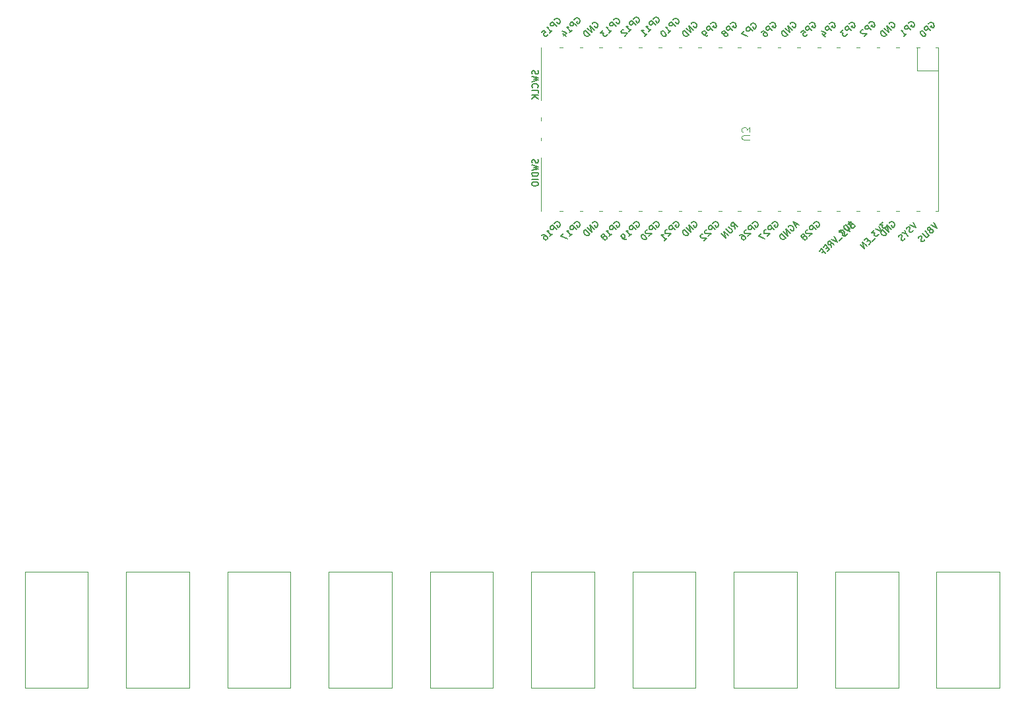
<source format=gbr>
%TF.GenerationSoftware,KiCad,Pcbnew,7.0.6*%
%TF.CreationDate,2023-07-29T11:39:48+05:30*%
%TF.ProjectId,Copy of Trainer Kit Prototype,436f7079-206f-4662-9054-7261696e6572,rev?*%
%TF.SameCoordinates,Original*%
%TF.FileFunction,Legend,Bot*%
%TF.FilePolarity,Positive*%
%FSLAX46Y46*%
G04 Gerber Fmt 4.6, Leading zero omitted, Abs format (unit mm)*
G04 Created by KiCad (PCBNEW 7.0.6) date 2023-07-29 11:39:48*
%MOMM*%
%LPD*%
G01*
G04 APERTURE LIST*
%ADD10C,0.100000*%
%ADD11C,0.150000*%
%ADD12C,0.120000*%
G04 APERTURE END LIST*
D10*
X93626580Y-51528905D02*
X92817057Y-51528905D01*
X92817057Y-51528905D02*
X92721819Y-51481286D01*
X92721819Y-51481286D02*
X92674200Y-51433667D01*
X92674200Y-51433667D02*
X92626580Y-51338429D01*
X92626580Y-51338429D02*
X92626580Y-51147953D01*
X92626580Y-51147953D02*
X92674200Y-51052715D01*
X92674200Y-51052715D02*
X92721819Y-51005096D01*
X92721819Y-51005096D02*
X92817057Y-50957477D01*
X92817057Y-50957477D02*
X93626580Y-50957477D01*
X93626580Y-50576524D02*
X93626580Y-49957477D01*
X93626580Y-49957477D02*
X93245628Y-50290810D01*
X93245628Y-50290810D02*
X93245628Y-50147953D01*
X93245628Y-50147953D02*
X93198009Y-50052715D01*
X93198009Y-50052715D02*
X93150390Y-50005096D01*
X93150390Y-50005096D02*
X93055152Y-49957477D01*
X93055152Y-49957477D02*
X92817057Y-49957477D01*
X92817057Y-49957477D02*
X92721819Y-50005096D01*
X92721819Y-50005096D02*
X92674200Y-50052715D01*
X92674200Y-50052715D02*
X92626580Y-50147953D01*
X92626580Y-50147953D02*
X92626580Y-50433667D01*
X92626580Y-50433667D02*
X92674200Y-50528905D01*
X92674200Y-50528905D02*
X92721819Y-50576524D01*
D11*
X78734867Y-62275000D02*
X78761804Y-62194187D01*
X78761804Y-62194187D02*
X78842617Y-62113375D01*
X78842617Y-62113375D02*
X78950366Y-62059500D01*
X78950366Y-62059500D02*
X79058116Y-62059500D01*
X79058116Y-62059500D02*
X79138928Y-62086438D01*
X79138928Y-62086438D02*
X79273615Y-62167250D01*
X79273615Y-62167250D02*
X79354427Y-62248062D01*
X79354427Y-62248062D02*
X79435240Y-62382749D01*
X79435240Y-62382749D02*
X79462177Y-62463562D01*
X79462177Y-62463562D02*
X79462177Y-62571311D01*
X79462177Y-62571311D02*
X79408302Y-62679061D01*
X79408302Y-62679061D02*
X79354427Y-62732936D01*
X79354427Y-62732936D02*
X79246678Y-62786810D01*
X79246678Y-62786810D02*
X79192803Y-62786810D01*
X79192803Y-62786810D02*
X79004241Y-62598249D01*
X79004241Y-62598249D02*
X79111991Y-62490499D01*
X79004241Y-63083122D02*
X78438556Y-62517436D01*
X78438556Y-62517436D02*
X78223056Y-62732936D01*
X78223056Y-62732936D02*
X78196119Y-62813748D01*
X78196119Y-62813748D02*
X78196119Y-62867623D01*
X78196119Y-62867623D02*
X78223056Y-62948435D01*
X78223056Y-62948435D02*
X78303869Y-63029247D01*
X78303869Y-63029247D02*
X78384681Y-63056184D01*
X78384681Y-63056184D02*
X78438556Y-63056184D01*
X78438556Y-63056184D02*
X78519368Y-63029247D01*
X78519368Y-63029247D02*
X78734867Y-62813748D01*
X78142244Y-63945119D02*
X78465493Y-63621870D01*
X78303869Y-63783494D02*
X77738183Y-63217809D01*
X77738183Y-63217809D02*
X77872870Y-63244746D01*
X77872870Y-63244746D02*
X77980620Y-63244746D01*
X77980620Y-63244746D02*
X78061432Y-63217809D01*
X77872870Y-64214493D02*
X77765120Y-64322242D01*
X77765120Y-64322242D02*
X77684308Y-64349180D01*
X77684308Y-64349180D02*
X77630433Y-64349180D01*
X77630433Y-64349180D02*
X77495746Y-64322242D01*
X77495746Y-64322242D02*
X77361059Y-64241430D01*
X77361059Y-64241430D02*
X77145560Y-64025931D01*
X77145560Y-64025931D02*
X77118623Y-63945119D01*
X77118623Y-63945119D02*
X77118623Y-63891244D01*
X77118623Y-63891244D02*
X77145560Y-63810432D01*
X77145560Y-63810432D02*
X77253310Y-63702682D01*
X77253310Y-63702682D02*
X77334122Y-63675745D01*
X77334122Y-63675745D02*
X77387997Y-63675745D01*
X77387997Y-63675745D02*
X77468809Y-63702682D01*
X77468809Y-63702682D02*
X77603496Y-63837369D01*
X77603496Y-63837369D02*
X77630433Y-63918181D01*
X77630433Y-63918181D02*
X77630433Y-63972056D01*
X77630433Y-63972056D02*
X77603496Y-64052868D01*
X77603496Y-64052868D02*
X77495746Y-64160618D01*
X77495746Y-64160618D02*
X77414934Y-64187555D01*
X77414934Y-64187555D02*
X77361059Y-64187555D01*
X77361059Y-64187555D02*
X77280247Y-64160618D01*
X101325493Y-36690374D02*
X101352430Y-36609562D01*
X101352430Y-36609562D02*
X101433242Y-36528750D01*
X101433242Y-36528750D02*
X101540992Y-36474875D01*
X101540992Y-36474875D02*
X101648741Y-36474875D01*
X101648741Y-36474875D02*
X101729554Y-36501812D01*
X101729554Y-36501812D02*
X101864241Y-36582625D01*
X101864241Y-36582625D02*
X101945053Y-36663437D01*
X101945053Y-36663437D02*
X102025865Y-36798124D01*
X102025865Y-36798124D02*
X102052802Y-36878936D01*
X102052802Y-36878936D02*
X102052802Y-36986686D01*
X102052802Y-36986686D02*
X101998928Y-37094435D01*
X101998928Y-37094435D02*
X101945053Y-37148310D01*
X101945053Y-37148310D02*
X101837303Y-37202185D01*
X101837303Y-37202185D02*
X101783428Y-37202185D01*
X101783428Y-37202185D02*
X101594867Y-37013623D01*
X101594867Y-37013623D02*
X101702616Y-36905873D01*
X101594867Y-37498496D02*
X101029181Y-36932811D01*
X101029181Y-36932811D02*
X100813682Y-37148310D01*
X100813682Y-37148310D02*
X100786745Y-37229122D01*
X100786745Y-37229122D02*
X100786745Y-37282997D01*
X100786745Y-37282997D02*
X100813682Y-37363809D01*
X100813682Y-37363809D02*
X100894494Y-37444621D01*
X100894494Y-37444621D02*
X100975306Y-37471559D01*
X100975306Y-37471559D02*
X101029181Y-37471559D01*
X101029181Y-37471559D02*
X101109993Y-37444621D01*
X101109993Y-37444621D02*
X101325493Y-37229122D01*
X100194122Y-37767870D02*
X100463496Y-37498496D01*
X100463496Y-37498496D02*
X100759807Y-37740933D01*
X100759807Y-37740933D02*
X100705932Y-37740933D01*
X100705932Y-37740933D02*
X100625120Y-37767870D01*
X100625120Y-37767870D02*
X100490433Y-37902557D01*
X100490433Y-37902557D02*
X100463496Y-37983369D01*
X100463496Y-37983369D02*
X100463496Y-38037244D01*
X100463496Y-38037244D02*
X100490433Y-38118056D01*
X100490433Y-38118056D02*
X100625120Y-38252743D01*
X100625120Y-38252743D02*
X100705932Y-38279681D01*
X100705932Y-38279681D02*
X100759807Y-38279681D01*
X100759807Y-38279681D02*
X100840619Y-38252743D01*
X100840619Y-38252743D02*
X100975306Y-38118056D01*
X100975306Y-38118056D02*
X101002244Y-38037244D01*
X101002244Y-38037244D02*
X101002244Y-37983369D01*
X78734866Y-36020999D02*
X78761803Y-35940186D01*
X78761803Y-35940186D02*
X78842616Y-35859374D01*
X78842616Y-35859374D02*
X78950365Y-35805499D01*
X78950365Y-35805499D02*
X79058115Y-35805499D01*
X79058115Y-35805499D02*
X79138927Y-35832437D01*
X79138927Y-35832437D02*
X79273614Y-35913249D01*
X79273614Y-35913249D02*
X79354426Y-35994061D01*
X79354426Y-35994061D02*
X79435239Y-36128748D01*
X79435239Y-36128748D02*
X79462176Y-36209561D01*
X79462176Y-36209561D02*
X79462176Y-36317310D01*
X79462176Y-36317310D02*
X79408301Y-36425060D01*
X79408301Y-36425060D02*
X79354426Y-36478935D01*
X79354426Y-36478935D02*
X79246677Y-36532809D01*
X79246677Y-36532809D02*
X79192802Y-36532809D01*
X79192802Y-36532809D02*
X79004240Y-36344248D01*
X79004240Y-36344248D02*
X79111990Y-36236498D01*
X79004240Y-36829121D02*
X78438555Y-36263435D01*
X78438555Y-36263435D02*
X78223055Y-36478935D01*
X78223055Y-36478935D02*
X78196118Y-36559747D01*
X78196118Y-36559747D02*
X78196118Y-36613622D01*
X78196118Y-36613622D02*
X78223055Y-36694434D01*
X78223055Y-36694434D02*
X78303868Y-36775246D01*
X78303868Y-36775246D02*
X78384680Y-36802183D01*
X78384680Y-36802183D02*
X78438555Y-36802183D01*
X78438555Y-36802183D02*
X78519367Y-36775246D01*
X78519367Y-36775246D02*
X78734866Y-36559747D01*
X78142243Y-37691118D02*
X78465492Y-37367869D01*
X78303868Y-37529493D02*
X77738182Y-36963808D01*
X77738182Y-36963808D02*
X77872869Y-36990745D01*
X77872869Y-36990745D02*
X77980619Y-36990745D01*
X77980619Y-36990745D02*
X78061431Y-36963808D01*
X77414933Y-37394806D02*
X77361058Y-37394806D01*
X77361058Y-37394806D02*
X77280246Y-37421744D01*
X77280246Y-37421744D02*
X77145559Y-37556431D01*
X77145559Y-37556431D02*
X77118622Y-37637243D01*
X77118622Y-37637243D02*
X77118622Y-37691118D01*
X77118622Y-37691118D02*
X77145559Y-37771930D01*
X77145559Y-37771930D02*
X77199434Y-37825805D01*
X77199434Y-37825805D02*
X77307184Y-37879680D01*
X77307184Y-37879680D02*
X77953681Y-37879680D01*
X77953681Y-37879680D02*
X77603495Y-38229866D01*
X76194868Y-62274999D02*
X76221805Y-62194186D01*
X76221805Y-62194186D02*
X76302618Y-62113374D01*
X76302618Y-62113374D02*
X76410367Y-62059499D01*
X76410367Y-62059499D02*
X76518117Y-62059499D01*
X76518117Y-62059499D02*
X76598929Y-62086437D01*
X76598929Y-62086437D02*
X76733616Y-62167249D01*
X76733616Y-62167249D02*
X76814428Y-62248061D01*
X76814428Y-62248061D02*
X76895241Y-62382748D01*
X76895241Y-62382748D02*
X76922178Y-62463561D01*
X76922178Y-62463561D02*
X76922178Y-62571310D01*
X76922178Y-62571310D02*
X76868303Y-62679060D01*
X76868303Y-62679060D02*
X76814428Y-62732935D01*
X76814428Y-62732935D02*
X76706679Y-62786809D01*
X76706679Y-62786809D02*
X76652804Y-62786809D01*
X76652804Y-62786809D02*
X76464242Y-62598248D01*
X76464242Y-62598248D02*
X76571992Y-62490498D01*
X76464242Y-63083121D02*
X75898557Y-62517435D01*
X75898557Y-62517435D02*
X75683057Y-62732935D01*
X75683057Y-62732935D02*
X75656120Y-62813747D01*
X75656120Y-62813747D02*
X75656120Y-62867622D01*
X75656120Y-62867622D02*
X75683057Y-62948434D01*
X75683057Y-62948434D02*
X75763870Y-63029246D01*
X75763870Y-63029246D02*
X75844682Y-63056183D01*
X75844682Y-63056183D02*
X75898557Y-63056183D01*
X75898557Y-63056183D02*
X75979369Y-63029246D01*
X75979369Y-63029246D02*
X76194868Y-62813747D01*
X75602245Y-63945118D02*
X75925494Y-63621869D01*
X75763870Y-63783493D02*
X75198184Y-63217808D01*
X75198184Y-63217808D02*
X75332871Y-63244745D01*
X75332871Y-63244745D02*
X75440621Y-63244745D01*
X75440621Y-63244745D02*
X75521433Y-63217808D01*
X74955747Y-63945118D02*
X74982685Y-63864306D01*
X74982685Y-63864306D02*
X74982685Y-63810431D01*
X74982685Y-63810431D02*
X74955747Y-63729619D01*
X74955747Y-63729619D02*
X74928810Y-63702681D01*
X74928810Y-63702681D02*
X74847998Y-63675744D01*
X74847998Y-63675744D02*
X74794123Y-63675744D01*
X74794123Y-63675744D02*
X74713311Y-63702681D01*
X74713311Y-63702681D02*
X74605561Y-63810431D01*
X74605561Y-63810431D02*
X74578624Y-63891243D01*
X74578624Y-63891243D02*
X74578624Y-63945118D01*
X74578624Y-63945118D02*
X74605561Y-64025930D01*
X74605561Y-64025930D02*
X74632499Y-64052867D01*
X74632499Y-64052867D02*
X74713311Y-64079805D01*
X74713311Y-64079805D02*
X74767186Y-64079805D01*
X74767186Y-64079805D02*
X74847998Y-64052867D01*
X74847998Y-64052867D02*
X74955747Y-63945118D01*
X74955747Y-63945118D02*
X75036560Y-63918180D01*
X75036560Y-63918180D02*
X75090434Y-63918180D01*
X75090434Y-63918180D02*
X75171247Y-63945118D01*
X75171247Y-63945118D02*
X75278996Y-64052867D01*
X75278996Y-64052867D02*
X75305934Y-64133680D01*
X75305934Y-64133680D02*
X75305934Y-64187554D01*
X75305934Y-64187554D02*
X75278996Y-64268367D01*
X75278996Y-64268367D02*
X75171247Y-64376116D01*
X75171247Y-64376116D02*
X75090434Y-64403054D01*
X75090434Y-64403054D02*
X75036560Y-64403054D01*
X75036560Y-64403054D02*
X74955747Y-64376116D01*
X74955747Y-64376116D02*
X74847998Y-64268367D01*
X74847998Y-64268367D02*
X74821060Y-64187554D01*
X74821060Y-64187554D02*
X74821060Y-64133680D01*
X74821060Y-64133680D02*
X74847998Y-64052867D01*
X108945493Y-36590374D02*
X108972430Y-36509562D01*
X108972430Y-36509562D02*
X109053242Y-36428750D01*
X109053242Y-36428750D02*
X109160992Y-36374875D01*
X109160992Y-36374875D02*
X109268741Y-36374875D01*
X109268741Y-36374875D02*
X109349554Y-36401812D01*
X109349554Y-36401812D02*
X109484241Y-36482625D01*
X109484241Y-36482625D02*
X109565053Y-36563437D01*
X109565053Y-36563437D02*
X109645865Y-36698124D01*
X109645865Y-36698124D02*
X109672802Y-36778936D01*
X109672802Y-36778936D02*
X109672802Y-36886686D01*
X109672802Y-36886686D02*
X109618928Y-36994435D01*
X109618928Y-36994435D02*
X109565053Y-37048310D01*
X109565053Y-37048310D02*
X109457303Y-37102185D01*
X109457303Y-37102185D02*
X109403428Y-37102185D01*
X109403428Y-37102185D02*
X109214867Y-36913623D01*
X109214867Y-36913623D02*
X109322616Y-36805873D01*
X109214867Y-37398496D02*
X108649181Y-36832811D01*
X108649181Y-36832811D02*
X108433682Y-37048310D01*
X108433682Y-37048310D02*
X108406745Y-37129122D01*
X108406745Y-37129122D02*
X108406745Y-37182997D01*
X108406745Y-37182997D02*
X108433682Y-37263809D01*
X108433682Y-37263809D02*
X108514494Y-37344621D01*
X108514494Y-37344621D02*
X108595306Y-37371559D01*
X108595306Y-37371559D02*
X108649181Y-37371559D01*
X108649181Y-37371559D02*
X108729993Y-37344621D01*
X108729993Y-37344621D02*
X108945493Y-37129122D01*
X108164308Y-37425434D02*
X108110433Y-37425434D01*
X108110433Y-37425434D02*
X108029621Y-37452371D01*
X108029621Y-37452371D02*
X107894934Y-37587058D01*
X107894934Y-37587058D02*
X107867997Y-37667870D01*
X107867997Y-37667870D02*
X107867997Y-37721745D01*
X107867997Y-37721745D02*
X107894934Y-37802557D01*
X107894934Y-37802557D02*
X107948809Y-37856432D01*
X107948809Y-37856432D02*
X108056558Y-37910307D01*
X108056558Y-37910307D02*
X108703056Y-37910307D01*
X108703056Y-37910307D02*
X108352870Y-38260493D01*
X96245494Y-36690372D02*
X96272431Y-36609560D01*
X96272431Y-36609560D02*
X96353243Y-36528748D01*
X96353243Y-36528748D02*
X96460993Y-36474873D01*
X96460993Y-36474873D02*
X96568742Y-36474873D01*
X96568742Y-36474873D02*
X96649555Y-36501810D01*
X96649555Y-36501810D02*
X96784242Y-36582623D01*
X96784242Y-36582623D02*
X96865054Y-36663435D01*
X96865054Y-36663435D02*
X96945866Y-36798122D01*
X96945866Y-36798122D02*
X96972803Y-36878934D01*
X96972803Y-36878934D02*
X96972803Y-36986684D01*
X96972803Y-36986684D02*
X96918929Y-37094433D01*
X96918929Y-37094433D02*
X96865054Y-37148308D01*
X96865054Y-37148308D02*
X96757304Y-37202183D01*
X96757304Y-37202183D02*
X96703429Y-37202183D01*
X96703429Y-37202183D02*
X96514868Y-37013621D01*
X96514868Y-37013621D02*
X96622617Y-36905871D01*
X96514868Y-37498494D02*
X95949182Y-36932809D01*
X95949182Y-36932809D02*
X95733683Y-37148308D01*
X95733683Y-37148308D02*
X95706746Y-37229120D01*
X95706746Y-37229120D02*
X95706746Y-37282995D01*
X95706746Y-37282995D02*
X95733683Y-37363807D01*
X95733683Y-37363807D02*
X95814495Y-37444619D01*
X95814495Y-37444619D02*
X95895307Y-37471557D01*
X95895307Y-37471557D02*
X95949182Y-37471557D01*
X95949182Y-37471557D02*
X96029994Y-37444619D01*
X96029994Y-37444619D02*
X96245494Y-37229120D01*
X95141060Y-37740931D02*
X95248810Y-37633181D01*
X95248810Y-37633181D02*
X95329622Y-37606244D01*
X95329622Y-37606244D02*
X95383497Y-37606244D01*
X95383497Y-37606244D02*
X95518184Y-37633181D01*
X95518184Y-37633181D02*
X95652871Y-37713993D01*
X95652871Y-37713993D02*
X95868370Y-37929493D01*
X95868370Y-37929493D02*
X95895307Y-38010305D01*
X95895307Y-38010305D02*
X95895307Y-38064180D01*
X95895307Y-38064180D02*
X95868370Y-38144992D01*
X95868370Y-38144992D02*
X95760620Y-38252741D01*
X95760620Y-38252741D02*
X95679808Y-38279679D01*
X95679808Y-38279679D02*
X95625933Y-38279679D01*
X95625933Y-38279679D02*
X95545121Y-38252741D01*
X95545121Y-38252741D02*
X95410434Y-38118054D01*
X95410434Y-38118054D02*
X95383497Y-38037242D01*
X95383497Y-38037242D02*
X95383497Y-37983367D01*
X95383497Y-37983367D02*
X95410434Y-37902555D01*
X95410434Y-37902555D02*
X95518184Y-37794806D01*
X95518184Y-37794806D02*
X95598996Y-37767868D01*
X95598996Y-37767868D02*
X95652871Y-37767868D01*
X95652871Y-37767868D02*
X95733683Y-37794806D01*
X71114867Y-36121000D02*
X71141804Y-36040187D01*
X71141804Y-36040187D02*
X71222617Y-35959375D01*
X71222617Y-35959375D02*
X71330366Y-35905500D01*
X71330366Y-35905500D02*
X71438116Y-35905500D01*
X71438116Y-35905500D02*
X71518928Y-35932438D01*
X71518928Y-35932438D02*
X71653615Y-36013250D01*
X71653615Y-36013250D02*
X71734427Y-36094062D01*
X71734427Y-36094062D02*
X71815240Y-36228749D01*
X71815240Y-36228749D02*
X71842177Y-36309562D01*
X71842177Y-36309562D02*
X71842177Y-36417311D01*
X71842177Y-36417311D02*
X71788302Y-36525061D01*
X71788302Y-36525061D02*
X71734427Y-36578936D01*
X71734427Y-36578936D02*
X71626678Y-36632810D01*
X71626678Y-36632810D02*
X71572803Y-36632810D01*
X71572803Y-36632810D02*
X71384241Y-36444249D01*
X71384241Y-36444249D02*
X71491991Y-36336499D01*
X71384241Y-36929122D02*
X70818556Y-36363436D01*
X70818556Y-36363436D02*
X70603056Y-36578936D01*
X70603056Y-36578936D02*
X70576119Y-36659748D01*
X70576119Y-36659748D02*
X70576119Y-36713623D01*
X70576119Y-36713623D02*
X70603056Y-36794435D01*
X70603056Y-36794435D02*
X70683869Y-36875247D01*
X70683869Y-36875247D02*
X70764681Y-36902184D01*
X70764681Y-36902184D02*
X70818556Y-36902184D01*
X70818556Y-36902184D02*
X70899368Y-36875247D01*
X70899368Y-36875247D02*
X71114867Y-36659748D01*
X70522244Y-37791119D02*
X70845493Y-37467870D01*
X70683869Y-37629494D02*
X70118183Y-37063809D01*
X70118183Y-37063809D02*
X70252870Y-37090746D01*
X70252870Y-37090746D02*
X70360620Y-37090746D01*
X70360620Y-37090746D02*
X70441432Y-37063809D01*
X69660247Y-37898868D02*
X70037371Y-38275992D01*
X69579435Y-37548682D02*
X70118183Y-37818056D01*
X70118183Y-37818056D02*
X69767997Y-38168242D01*
X98812431Y-36663436D02*
X98839368Y-36582624D01*
X98839368Y-36582624D02*
X98920180Y-36501812D01*
X98920180Y-36501812D02*
X99027930Y-36447937D01*
X99027930Y-36447937D02*
X99135680Y-36447937D01*
X99135680Y-36447937D02*
X99216492Y-36474874D01*
X99216492Y-36474874D02*
X99351179Y-36555686D01*
X99351179Y-36555686D02*
X99431991Y-36636499D01*
X99431991Y-36636499D02*
X99512803Y-36771186D01*
X99512803Y-36771186D02*
X99539741Y-36851998D01*
X99539741Y-36851998D02*
X99539741Y-36959747D01*
X99539741Y-36959747D02*
X99485866Y-37067497D01*
X99485866Y-37067497D02*
X99431991Y-37121372D01*
X99431991Y-37121372D02*
X99324241Y-37175247D01*
X99324241Y-37175247D02*
X99270367Y-37175247D01*
X99270367Y-37175247D02*
X99081805Y-36986685D01*
X99081805Y-36986685D02*
X99189554Y-36878935D01*
X99081805Y-37471558D02*
X98516119Y-36905873D01*
X98516119Y-36905873D02*
X98758556Y-37794807D01*
X98758556Y-37794807D02*
X98192871Y-37229121D01*
X98489182Y-38064181D02*
X97923497Y-37498495D01*
X97923497Y-37498495D02*
X97788810Y-37633182D01*
X97788810Y-37633182D02*
X97734935Y-37740932D01*
X97734935Y-37740932D02*
X97734935Y-37848681D01*
X97734935Y-37848681D02*
X97761872Y-37929494D01*
X97761872Y-37929494D02*
X97842685Y-38064181D01*
X97842685Y-38064181D02*
X97923497Y-38144993D01*
X97923497Y-38144993D02*
X98058184Y-38225805D01*
X98058184Y-38225805D02*
X98138996Y-38252742D01*
X98138996Y-38252742D02*
X98246746Y-38252742D01*
X98246746Y-38252742D02*
X98354495Y-38198868D01*
X98354495Y-38198868D02*
X98489182Y-38064181D01*
X114035493Y-36590374D02*
X114062430Y-36509562D01*
X114062430Y-36509562D02*
X114143242Y-36428750D01*
X114143242Y-36428750D02*
X114250992Y-36374875D01*
X114250992Y-36374875D02*
X114358741Y-36374875D01*
X114358741Y-36374875D02*
X114439554Y-36401812D01*
X114439554Y-36401812D02*
X114574241Y-36482625D01*
X114574241Y-36482625D02*
X114655053Y-36563437D01*
X114655053Y-36563437D02*
X114735865Y-36698124D01*
X114735865Y-36698124D02*
X114762802Y-36778936D01*
X114762802Y-36778936D02*
X114762802Y-36886686D01*
X114762802Y-36886686D02*
X114708928Y-36994435D01*
X114708928Y-36994435D02*
X114655053Y-37048310D01*
X114655053Y-37048310D02*
X114547303Y-37102185D01*
X114547303Y-37102185D02*
X114493428Y-37102185D01*
X114493428Y-37102185D02*
X114304867Y-36913623D01*
X114304867Y-36913623D02*
X114412616Y-36805873D01*
X114304867Y-37398496D02*
X113739181Y-36832811D01*
X113739181Y-36832811D02*
X113523682Y-37048310D01*
X113523682Y-37048310D02*
X113496745Y-37129122D01*
X113496745Y-37129122D02*
X113496745Y-37182997D01*
X113496745Y-37182997D02*
X113523682Y-37263809D01*
X113523682Y-37263809D02*
X113604494Y-37344621D01*
X113604494Y-37344621D02*
X113685306Y-37371559D01*
X113685306Y-37371559D02*
X113739181Y-37371559D01*
X113739181Y-37371559D02*
X113819993Y-37344621D01*
X113819993Y-37344621D02*
X114035493Y-37129122D01*
X113442870Y-38260493D02*
X113766119Y-37937244D01*
X113604494Y-38098869D02*
X113038809Y-37533183D01*
X113038809Y-37533183D02*
X113173496Y-37560121D01*
X113173496Y-37560121D02*
X113281245Y-37560121D01*
X113281245Y-37560121D02*
X113362058Y-37533183D01*
X83804868Y-62274999D02*
X83831805Y-62194186D01*
X83831805Y-62194186D02*
X83912618Y-62113374D01*
X83912618Y-62113374D02*
X84020367Y-62059499D01*
X84020367Y-62059499D02*
X84128117Y-62059499D01*
X84128117Y-62059499D02*
X84208929Y-62086437D01*
X84208929Y-62086437D02*
X84343616Y-62167249D01*
X84343616Y-62167249D02*
X84424428Y-62248061D01*
X84424428Y-62248061D02*
X84505241Y-62382748D01*
X84505241Y-62382748D02*
X84532178Y-62463561D01*
X84532178Y-62463561D02*
X84532178Y-62571310D01*
X84532178Y-62571310D02*
X84478303Y-62679060D01*
X84478303Y-62679060D02*
X84424428Y-62732935D01*
X84424428Y-62732935D02*
X84316679Y-62786809D01*
X84316679Y-62786809D02*
X84262804Y-62786809D01*
X84262804Y-62786809D02*
X84074242Y-62598248D01*
X84074242Y-62598248D02*
X84181992Y-62490498D01*
X84074242Y-63083121D02*
X83508557Y-62517435D01*
X83508557Y-62517435D02*
X83293057Y-62732935D01*
X83293057Y-62732935D02*
X83266120Y-62813747D01*
X83266120Y-62813747D02*
X83266120Y-62867622D01*
X83266120Y-62867622D02*
X83293057Y-62948434D01*
X83293057Y-62948434D02*
X83373870Y-63029246D01*
X83373870Y-63029246D02*
X83454682Y-63056183D01*
X83454682Y-63056183D02*
X83508557Y-63056183D01*
X83508557Y-63056183D02*
X83589369Y-63029246D01*
X83589369Y-63029246D02*
X83804868Y-62813747D01*
X83023683Y-63110058D02*
X82969809Y-63110058D01*
X82969809Y-63110058D02*
X82888996Y-63136996D01*
X82888996Y-63136996D02*
X82754309Y-63271683D01*
X82754309Y-63271683D02*
X82727372Y-63352495D01*
X82727372Y-63352495D02*
X82727372Y-63406370D01*
X82727372Y-63406370D02*
X82754309Y-63487182D01*
X82754309Y-63487182D02*
X82808184Y-63541057D01*
X82808184Y-63541057D02*
X82915934Y-63594931D01*
X82915934Y-63594931D02*
X83562431Y-63594931D01*
X83562431Y-63594931D02*
X83212245Y-63945118D01*
X82673497Y-64483866D02*
X82996746Y-64160617D01*
X82835121Y-64322241D02*
X82269436Y-63756556D01*
X82269436Y-63756556D02*
X82404123Y-63783493D01*
X82404123Y-63783493D02*
X82511873Y-63783493D01*
X82511873Y-63783493D02*
X82592685Y-63756556D01*
X68574867Y-62275000D02*
X68601804Y-62194187D01*
X68601804Y-62194187D02*
X68682617Y-62113375D01*
X68682617Y-62113375D02*
X68790366Y-62059500D01*
X68790366Y-62059500D02*
X68898116Y-62059500D01*
X68898116Y-62059500D02*
X68978928Y-62086438D01*
X68978928Y-62086438D02*
X69113615Y-62167250D01*
X69113615Y-62167250D02*
X69194427Y-62248062D01*
X69194427Y-62248062D02*
X69275240Y-62382749D01*
X69275240Y-62382749D02*
X69302177Y-62463562D01*
X69302177Y-62463562D02*
X69302177Y-62571311D01*
X69302177Y-62571311D02*
X69248302Y-62679061D01*
X69248302Y-62679061D02*
X69194427Y-62732936D01*
X69194427Y-62732936D02*
X69086678Y-62786810D01*
X69086678Y-62786810D02*
X69032803Y-62786810D01*
X69032803Y-62786810D02*
X68844241Y-62598249D01*
X68844241Y-62598249D02*
X68951991Y-62490499D01*
X68844241Y-63083122D02*
X68278556Y-62517436D01*
X68278556Y-62517436D02*
X68063056Y-62732936D01*
X68063056Y-62732936D02*
X68036119Y-62813748D01*
X68036119Y-62813748D02*
X68036119Y-62867623D01*
X68036119Y-62867623D02*
X68063056Y-62948435D01*
X68063056Y-62948435D02*
X68143869Y-63029247D01*
X68143869Y-63029247D02*
X68224681Y-63056184D01*
X68224681Y-63056184D02*
X68278556Y-63056184D01*
X68278556Y-63056184D02*
X68359368Y-63029247D01*
X68359368Y-63029247D02*
X68574867Y-62813748D01*
X67982244Y-63945119D02*
X68305493Y-63621870D01*
X68143869Y-63783494D02*
X67578183Y-63217809D01*
X67578183Y-63217809D02*
X67712870Y-63244746D01*
X67712870Y-63244746D02*
X67820620Y-63244746D01*
X67820620Y-63244746D02*
X67901432Y-63217809D01*
X66931685Y-63864307D02*
X67039435Y-63756557D01*
X67039435Y-63756557D02*
X67120247Y-63729620D01*
X67120247Y-63729620D02*
X67174122Y-63729620D01*
X67174122Y-63729620D02*
X67308809Y-63756557D01*
X67308809Y-63756557D02*
X67443496Y-63837369D01*
X67443496Y-63837369D02*
X67658995Y-64052868D01*
X67658995Y-64052868D02*
X67685933Y-64133681D01*
X67685933Y-64133681D02*
X67685933Y-64187555D01*
X67685933Y-64187555D02*
X67658995Y-64268368D01*
X67658995Y-64268368D02*
X67551246Y-64376117D01*
X67551246Y-64376117D02*
X67470433Y-64403055D01*
X67470433Y-64403055D02*
X67416559Y-64403055D01*
X67416559Y-64403055D02*
X67335746Y-64376117D01*
X67335746Y-64376117D02*
X67201059Y-64241430D01*
X67201059Y-64241430D02*
X67174122Y-64160618D01*
X67174122Y-64160618D02*
X67174122Y-64106743D01*
X67174122Y-64106743D02*
X67201059Y-64025931D01*
X67201059Y-64025931D02*
X67308809Y-63918181D01*
X67308809Y-63918181D02*
X67389621Y-63891244D01*
X67389621Y-63891244D02*
X67443496Y-63891244D01*
X67443496Y-63891244D02*
X67524308Y-63918181D01*
X66438200Y-42667476D02*
X66476295Y-42781762D01*
X66476295Y-42781762D02*
X66476295Y-42972238D01*
X66476295Y-42972238D02*
X66438200Y-43048429D01*
X66438200Y-43048429D02*
X66400104Y-43086524D01*
X66400104Y-43086524D02*
X66323914Y-43124619D01*
X66323914Y-43124619D02*
X66247723Y-43124619D01*
X66247723Y-43124619D02*
X66171533Y-43086524D01*
X66171533Y-43086524D02*
X66133438Y-43048429D01*
X66133438Y-43048429D02*
X66095342Y-42972238D01*
X66095342Y-42972238D02*
X66057247Y-42819857D01*
X66057247Y-42819857D02*
X66019152Y-42743667D01*
X66019152Y-42743667D02*
X65981057Y-42705572D01*
X65981057Y-42705572D02*
X65904866Y-42667476D01*
X65904866Y-42667476D02*
X65828676Y-42667476D01*
X65828676Y-42667476D02*
X65752485Y-42705572D01*
X65752485Y-42705572D02*
X65714390Y-42743667D01*
X65714390Y-42743667D02*
X65676295Y-42819857D01*
X65676295Y-42819857D02*
X65676295Y-43010334D01*
X65676295Y-43010334D02*
X65714390Y-43124619D01*
X65676295Y-43391286D02*
X66476295Y-43581762D01*
X66476295Y-43581762D02*
X65904866Y-43734143D01*
X65904866Y-43734143D02*
X66476295Y-43886524D01*
X66476295Y-43886524D02*
X65676295Y-44077001D01*
X66400104Y-44838906D02*
X66438200Y-44800810D01*
X66438200Y-44800810D02*
X66476295Y-44686525D01*
X66476295Y-44686525D02*
X66476295Y-44610334D01*
X66476295Y-44610334D02*
X66438200Y-44496048D01*
X66438200Y-44496048D02*
X66362009Y-44419858D01*
X66362009Y-44419858D02*
X66285819Y-44381763D01*
X66285819Y-44381763D02*
X66133438Y-44343667D01*
X66133438Y-44343667D02*
X66019152Y-44343667D01*
X66019152Y-44343667D02*
X65866771Y-44381763D01*
X65866771Y-44381763D02*
X65790580Y-44419858D01*
X65790580Y-44419858D02*
X65714390Y-44496048D01*
X65714390Y-44496048D02*
X65676295Y-44610334D01*
X65676295Y-44610334D02*
X65676295Y-44686525D01*
X65676295Y-44686525D02*
X65714390Y-44800810D01*
X65714390Y-44800810D02*
X65752485Y-44838906D01*
X66476295Y-45562715D02*
X66476295Y-45181763D01*
X66476295Y-45181763D02*
X65676295Y-45181763D01*
X66476295Y-45829382D02*
X65676295Y-45829382D01*
X66476295Y-46286525D02*
X66019152Y-45943667D01*
X65676295Y-46286525D02*
X66133438Y-45829382D01*
X88894868Y-62274999D02*
X88921805Y-62194186D01*
X88921805Y-62194186D02*
X89002618Y-62113374D01*
X89002618Y-62113374D02*
X89110367Y-62059499D01*
X89110367Y-62059499D02*
X89218117Y-62059499D01*
X89218117Y-62059499D02*
X89298929Y-62086437D01*
X89298929Y-62086437D02*
X89433616Y-62167249D01*
X89433616Y-62167249D02*
X89514428Y-62248061D01*
X89514428Y-62248061D02*
X89595241Y-62382748D01*
X89595241Y-62382748D02*
X89622178Y-62463561D01*
X89622178Y-62463561D02*
X89622178Y-62571310D01*
X89622178Y-62571310D02*
X89568303Y-62679060D01*
X89568303Y-62679060D02*
X89514428Y-62732935D01*
X89514428Y-62732935D02*
X89406679Y-62786809D01*
X89406679Y-62786809D02*
X89352804Y-62786809D01*
X89352804Y-62786809D02*
X89164242Y-62598248D01*
X89164242Y-62598248D02*
X89271992Y-62490498D01*
X89164242Y-63083121D02*
X88598557Y-62517435D01*
X88598557Y-62517435D02*
X88383057Y-62732935D01*
X88383057Y-62732935D02*
X88356120Y-62813747D01*
X88356120Y-62813747D02*
X88356120Y-62867622D01*
X88356120Y-62867622D02*
X88383057Y-62948434D01*
X88383057Y-62948434D02*
X88463870Y-63029246D01*
X88463870Y-63029246D02*
X88544682Y-63056183D01*
X88544682Y-63056183D02*
X88598557Y-63056183D01*
X88598557Y-63056183D02*
X88679369Y-63029246D01*
X88679369Y-63029246D02*
X88894868Y-62813747D01*
X88113683Y-63110058D02*
X88059809Y-63110058D01*
X88059809Y-63110058D02*
X87978996Y-63136996D01*
X87978996Y-63136996D02*
X87844309Y-63271683D01*
X87844309Y-63271683D02*
X87817372Y-63352495D01*
X87817372Y-63352495D02*
X87817372Y-63406370D01*
X87817372Y-63406370D02*
X87844309Y-63487182D01*
X87844309Y-63487182D02*
X87898184Y-63541057D01*
X87898184Y-63541057D02*
X88005934Y-63594931D01*
X88005934Y-63594931D02*
X88652431Y-63594931D01*
X88652431Y-63594931D02*
X88302245Y-63945118D01*
X87574935Y-63648806D02*
X87521060Y-63648806D01*
X87521060Y-63648806D02*
X87440248Y-63675744D01*
X87440248Y-63675744D02*
X87305561Y-63810431D01*
X87305561Y-63810431D02*
X87278624Y-63891243D01*
X87278624Y-63891243D02*
X87278624Y-63945118D01*
X87278624Y-63945118D02*
X87305561Y-64025930D01*
X87305561Y-64025930D02*
X87359436Y-64079805D01*
X87359436Y-64079805D02*
X87467186Y-64133680D01*
X87467186Y-64133680D02*
X88113683Y-64133680D01*
X88113683Y-64133680D02*
X87763497Y-64483866D01*
X117241584Y-62130408D02*
X117618708Y-62884655D01*
X117618708Y-62884655D02*
X116864461Y-62507531D01*
X116756711Y-63154029D02*
X116702837Y-63261778D01*
X116702837Y-63261778D02*
X116702837Y-63315653D01*
X116702837Y-63315653D02*
X116729774Y-63396465D01*
X116729774Y-63396465D02*
X116810586Y-63477278D01*
X116810586Y-63477278D02*
X116891398Y-63504215D01*
X116891398Y-63504215D02*
X116945273Y-63504215D01*
X116945273Y-63504215D02*
X117026085Y-63477278D01*
X117026085Y-63477278D02*
X117241585Y-63261778D01*
X117241585Y-63261778D02*
X116675899Y-62696093D01*
X116675899Y-62696093D02*
X116487337Y-62884655D01*
X116487337Y-62884655D02*
X116460400Y-62965467D01*
X116460400Y-62965467D02*
X116460400Y-63019342D01*
X116460400Y-63019342D02*
X116487337Y-63100154D01*
X116487337Y-63100154D02*
X116541212Y-63154029D01*
X116541212Y-63154029D02*
X116622024Y-63180966D01*
X116622024Y-63180966D02*
X116675899Y-63180966D01*
X116675899Y-63180966D02*
X116756711Y-63154029D01*
X116756711Y-63154029D02*
X116945273Y-62965467D01*
X116110214Y-63261778D02*
X116568150Y-63719714D01*
X116568150Y-63719714D02*
X116595087Y-63800526D01*
X116595087Y-63800526D02*
X116595087Y-63854401D01*
X116595087Y-63854401D02*
X116568150Y-63935213D01*
X116568150Y-63935213D02*
X116460400Y-64042963D01*
X116460400Y-64042963D02*
X116379588Y-64069900D01*
X116379588Y-64069900D02*
X116325713Y-64069900D01*
X116325713Y-64069900D02*
X116244901Y-64042963D01*
X116244901Y-64042963D02*
X115786965Y-63585027D01*
X116083276Y-64366212D02*
X116029402Y-64473961D01*
X116029402Y-64473961D02*
X115894715Y-64608648D01*
X115894715Y-64608648D02*
X115813902Y-64635586D01*
X115813902Y-64635586D02*
X115760028Y-64635586D01*
X115760028Y-64635586D02*
X115679215Y-64608648D01*
X115679215Y-64608648D02*
X115625341Y-64554773D01*
X115625341Y-64554773D02*
X115598403Y-64473961D01*
X115598403Y-64473961D02*
X115598403Y-64420086D01*
X115598403Y-64420086D02*
X115625341Y-64339274D01*
X115625341Y-64339274D02*
X115706153Y-64204587D01*
X115706153Y-64204587D02*
X115733090Y-64123775D01*
X115733090Y-64123775D02*
X115733090Y-64069900D01*
X115733090Y-64069900D02*
X115706153Y-63989088D01*
X115706153Y-63989088D02*
X115652278Y-63935213D01*
X115652278Y-63935213D02*
X115571466Y-63908276D01*
X115571466Y-63908276D02*
X115517591Y-63908276D01*
X115517591Y-63908276D02*
X115436779Y-63935213D01*
X115436779Y-63935213D02*
X115302092Y-64069900D01*
X115302092Y-64069900D02*
X115248217Y-64177650D01*
X114564241Y-62097751D02*
X114941365Y-62851998D01*
X114941365Y-62851998D02*
X114187117Y-62474875D01*
X114564241Y-63175247D02*
X114510366Y-63282997D01*
X114510366Y-63282997D02*
X114375679Y-63417684D01*
X114375679Y-63417684D02*
X114294867Y-63444621D01*
X114294867Y-63444621D02*
X114240992Y-63444621D01*
X114240992Y-63444621D02*
X114160180Y-63417684D01*
X114160180Y-63417684D02*
X114106305Y-63363809D01*
X114106305Y-63363809D02*
X114079368Y-63282997D01*
X114079368Y-63282997D02*
X114079368Y-63229122D01*
X114079368Y-63229122D02*
X114106305Y-63148310D01*
X114106305Y-63148310D02*
X114187117Y-63013623D01*
X114187117Y-63013623D02*
X114214055Y-62932810D01*
X114214055Y-62932810D02*
X114214055Y-62878936D01*
X114214055Y-62878936D02*
X114187117Y-62798123D01*
X114187117Y-62798123D02*
X114133243Y-62744249D01*
X114133243Y-62744249D02*
X114052430Y-62717311D01*
X114052430Y-62717311D02*
X113998556Y-62717311D01*
X113998556Y-62717311D02*
X113917743Y-62744249D01*
X113917743Y-62744249D02*
X113783056Y-62878936D01*
X113783056Y-62878936D02*
X113729182Y-62986685D01*
X113648369Y-63606246D02*
X113917743Y-63875620D01*
X113540620Y-63121372D02*
X113648369Y-63606246D01*
X113648369Y-63606246D02*
X113163496Y-63498496D01*
X113540620Y-64198868D02*
X113486745Y-64306618D01*
X113486745Y-64306618D02*
X113352058Y-64441305D01*
X113352058Y-64441305D02*
X113271246Y-64468242D01*
X113271246Y-64468242D02*
X113217371Y-64468242D01*
X113217371Y-64468242D02*
X113136559Y-64441305D01*
X113136559Y-64441305D02*
X113082684Y-64387430D01*
X113082684Y-64387430D02*
X113055747Y-64306618D01*
X113055747Y-64306618D02*
X113055747Y-64252743D01*
X113055747Y-64252743D02*
X113082684Y-64171931D01*
X113082684Y-64171931D02*
X113163496Y-64037244D01*
X113163496Y-64037244D02*
X113190434Y-63956432D01*
X113190434Y-63956432D02*
X113190434Y-63902557D01*
X113190434Y-63902557D02*
X113163496Y-63821745D01*
X113163496Y-63821745D02*
X113109621Y-63767870D01*
X113109621Y-63767870D02*
X113028809Y-63740932D01*
X113028809Y-63740932D02*
X112974934Y-63740932D01*
X112974934Y-63740932D02*
X112894122Y-63767870D01*
X112894122Y-63767870D02*
X112759435Y-63902557D01*
X112759435Y-63902557D02*
X112705560Y-64010306D01*
X111512430Y-36663437D02*
X111539367Y-36582625D01*
X111539367Y-36582625D02*
X111620179Y-36501813D01*
X111620179Y-36501813D02*
X111727929Y-36447938D01*
X111727929Y-36447938D02*
X111835679Y-36447938D01*
X111835679Y-36447938D02*
X111916491Y-36474875D01*
X111916491Y-36474875D02*
X112051178Y-36555687D01*
X112051178Y-36555687D02*
X112131990Y-36636500D01*
X112131990Y-36636500D02*
X112212802Y-36771187D01*
X112212802Y-36771187D02*
X112239740Y-36851999D01*
X112239740Y-36851999D02*
X112239740Y-36959748D01*
X112239740Y-36959748D02*
X112185865Y-37067498D01*
X112185865Y-37067498D02*
X112131990Y-37121373D01*
X112131990Y-37121373D02*
X112024240Y-37175248D01*
X112024240Y-37175248D02*
X111970366Y-37175248D01*
X111970366Y-37175248D02*
X111781804Y-36986686D01*
X111781804Y-36986686D02*
X111889553Y-36878936D01*
X111781804Y-37471559D02*
X111216118Y-36905874D01*
X111216118Y-36905874D02*
X111458555Y-37794808D01*
X111458555Y-37794808D02*
X110892870Y-37229122D01*
X111189181Y-38064182D02*
X110623496Y-37498496D01*
X110623496Y-37498496D02*
X110488809Y-37633183D01*
X110488809Y-37633183D02*
X110434934Y-37740933D01*
X110434934Y-37740933D02*
X110434934Y-37848682D01*
X110434934Y-37848682D02*
X110461871Y-37929495D01*
X110461871Y-37929495D02*
X110542684Y-38064182D01*
X110542684Y-38064182D02*
X110623496Y-38144994D01*
X110623496Y-38144994D02*
X110758183Y-38225806D01*
X110758183Y-38225806D02*
X110838995Y-38252743D01*
X110838995Y-38252743D02*
X110946745Y-38252743D01*
X110946745Y-38252743D02*
X111054494Y-38198869D01*
X111054494Y-38198869D02*
X111189181Y-38064182D01*
X93735494Y-36790373D02*
X93762431Y-36709561D01*
X93762431Y-36709561D02*
X93843243Y-36628749D01*
X93843243Y-36628749D02*
X93950993Y-36574874D01*
X93950993Y-36574874D02*
X94058742Y-36574874D01*
X94058742Y-36574874D02*
X94139555Y-36601811D01*
X94139555Y-36601811D02*
X94274242Y-36682624D01*
X94274242Y-36682624D02*
X94355054Y-36763436D01*
X94355054Y-36763436D02*
X94435866Y-36898123D01*
X94435866Y-36898123D02*
X94462803Y-36978935D01*
X94462803Y-36978935D02*
X94462803Y-37086685D01*
X94462803Y-37086685D02*
X94408929Y-37194434D01*
X94408929Y-37194434D02*
X94355054Y-37248309D01*
X94355054Y-37248309D02*
X94247304Y-37302184D01*
X94247304Y-37302184D02*
X94193429Y-37302184D01*
X94193429Y-37302184D02*
X94004868Y-37113622D01*
X94004868Y-37113622D02*
X94112617Y-37005872D01*
X94004868Y-37598495D02*
X93439182Y-37032810D01*
X93439182Y-37032810D02*
X93223683Y-37248309D01*
X93223683Y-37248309D02*
X93196746Y-37329121D01*
X93196746Y-37329121D02*
X93196746Y-37382996D01*
X93196746Y-37382996D02*
X93223683Y-37463808D01*
X93223683Y-37463808D02*
X93304495Y-37544620D01*
X93304495Y-37544620D02*
X93385307Y-37571558D01*
X93385307Y-37571558D02*
X93439182Y-37571558D01*
X93439182Y-37571558D02*
X93519994Y-37544620D01*
X93519994Y-37544620D02*
X93735494Y-37329121D01*
X92927372Y-37544620D02*
X92550248Y-37921744D01*
X92550248Y-37921744D02*
X93358370Y-38244993D01*
X106405494Y-36690372D02*
X106432431Y-36609560D01*
X106432431Y-36609560D02*
X106513243Y-36528748D01*
X106513243Y-36528748D02*
X106620993Y-36474873D01*
X106620993Y-36474873D02*
X106728742Y-36474873D01*
X106728742Y-36474873D02*
X106809555Y-36501810D01*
X106809555Y-36501810D02*
X106944242Y-36582623D01*
X106944242Y-36582623D02*
X107025054Y-36663435D01*
X107025054Y-36663435D02*
X107105866Y-36798122D01*
X107105866Y-36798122D02*
X107132803Y-36878934D01*
X107132803Y-36878934D02*
X107132803Y-36986684D01*
X107132803Y-36986684D02*
X107078929Y-37094433D01*
X107078929Y-37094433D02*
X107025054Y-37148308D01*
X107025054Y-37148308D02*
X106917304Y-37202183D01*
X106917304Y-37202183D02*
X106863429Y-37202183D01*
X106863429Y-37202183D02*
X106674868Y-37013621D01*
X106674868Y-37013621D02*
X106782617Y-36905871D01*
X106674868Y-37498494D02*
X106109182Y-36932809D01*
X106109182Y-36932809D02*
X105893683Y-37148308D01*
X105893683Y-37148308D02*
X105866746Y-37229120D01*
X105866746Y-37229120D02*
X105866746Y-37282995D01*
X105866746Y-37282995D02*
X105893683Y-37363807D01*
X105893683Y-37363807D02*
X105974495Y-37444619D01*
X105974495Y-37444619D02*
X106055307Y-37471557D01*
X106055307Y-37471557D02*
X106109182Y-37471557D01*
X106109182Y-37471557D02*
X106189994Y-37444619D01*
X106189994Y-37444619D02*
X106405494Y-37229120D01*
X105597372Y-37444619D02*
X105247185Y-37794806D01*
X105247185Y-37794806D02*
X105651246Y-37821743D01*
X105651246Y-37821743D02*
X105570434Y-37902555D01*
X105570434Y-37902555D02*
X105543497Y-37983367D01*
X105543497Y-37983367D02*
X105543497Y-38037242D01*
X105543497Y-38037242D02*
X105570434Y-38118054D01*
X105570434Y-38118054D02*
X105705121Y-38252741D01*
X105705121Y-38252741D02*
X105785933Y-38279679D01*
X105785933Y-38279679D02*
X105839808Y-38279679D01*
X105839808Y-38279679D02*
X105920620Y-38252741D01*
X105920620Y-38252741D02*
X106082245Y-38091117D01*
X106082245Y-38091117D02*
X106109182Y-38010305D01*
X106109182Y-38010305D02*
X106109182Y-37956430D01*
X83814866Y-36167000D02*
X83841803Y-36086187D01*
X83841803Y-36086187D02*
X83922616Y-36005375D01*
X83922616Y-36005375D02*
X84030365Y-35951500D01*
X84030365Y-35951500D02*
X84138115Y-35951500D01*
X84138115Y-35951500D02*
X84218927Y-35978438D01*
X84218927Y-35978438D02*
X84353614Y-36059250D01*
X84353614Y-36059250D02*
X84434426Y-36140062D01*
X84434426Y-36140062D02*
X84515239Y-36274749D01*
X84515239Y-36274749D02*
X84542176Y-36355562D01*
X84542176Y-36355562D02*
X84542176Y-36463311D01*
X84542176Y-36463311D02*
X84488301Y-36571061D01*
X84488301Y-36571061D02*
X84434426Y-36624936D01*
X84434426Y-36624936D02*
X84326677Y-36678810D01*
X84326677Y-36678810D02*
X84272802Y-36678810D01*
X84272802Y-36678810D02*
X84084240Y-36490249D01*
X84084240Y-36490249D02*
X84191990Y-36382499D01*
X84084240Y-36975122D02*
X83518555Y-36409436D01*
X83518555Y-36409436D02*
X83303055Y-36624936D01*
X83303055Y-36624936D02*
X83276118Y-36705748D01*
X83276118Y-36705748D02*
X83276118Y-36759623D01*
X83276118Y-36759623D02*
X83303055Y-36840435D01*
X83303055Y-36840435D02*
X83383868Y-36921247D01*
X83383868Y-36921247D02*
X83464680Y-36948184D01*
X83464680Y-36948184D02*
X83518555Y-36948184D01*
X83518555Y-36948184D02*
X83599367Y-36921247D01*
X83599367Y-36921247D02*
X83814866Y-36705748D01*
X83222243Y-37837119D02*
X83545492Y-37513870D01*
X83383868Y-37675494D02*
X82818182Y-37109809D01*
X82818182Y-37109809D02*
X82952869Y-37136746D01*
X82952869Y-37136746D02*
X83060619Y-37136746D01*
X83060619Y-37136746D02*
X83141431Y-37109809D01*
X82306371Y-37621620D02*
X82252497Y-37675494D01*
X82252497Y-37675494D02*
X82225559Y-37756307D01*
X82225559Y-37756307D02*
X82225559Y-37810181D01*
X82225559Y-37810181D02*
X82252497Y-37890994D01*
X82252497Y-37890994D02*
X82333309Y-38025681D01*
X82333309Y-38025681D02*
X82467996Y-38160368D01*
X82467996Y-38160368D02*
X82602683Y-38241180D01*
X82602683Y-38241180D02*
X82683495Y-38268117D01*
X82683495Y-38268117D02*
X82737370Y-38268117D01*
X82737370Y-38268117D02*
X82818182Y-38241180D01*
X82818182Y-38241180D02*
X82872057Y-38187305D01*
X82872057Y-38187305D02*
X82898994Y-38106493D01*
X82898994Y-38106493D02*
X82898994Y-38052618D01*
X82898994Y-38052618D02*
X82872057Y-37971806D01*
X82872057Y-37971806D02*
X82791245Y-37837119D01*
X82791245Y-37837119D02*
X82656558Y-37702432D01*
X82656558Y-37702432D02*
X82521871Y-37621620D01*
X82521871Y-37621620D02*
X82441058Y-37594682D01*
X82441058Y-37594682D02*
X82387184Y-37594682D01*
X82387184Y-37594682D02*
X82306371Y-37621620D01*
X66438199Y-54081763D02*
X66476294Y-54196049D01*
X66476294Y-54196049D02*
X66476294Y-54386525D01*
X66476294Y-54386525D02*
X66438199Y-54462716D01*
X66438199Y-54462716D02*
X66400103Y-54500811D01*
X66400103Y-54500811D02*
X66323913Y-54538906D01*
X66323913Y-54538906D02*
X66247722Y-54538906D01*
X66247722Y-54538906D02*
X66171532Y-54500811D01*
X66171532Y-54500811D02*
X66133437Y-54462716D01*
X66133437Y-54462716D02*
X66095341Y-54386525D01*
X66095341Y-54386525D02*
X66057246Y-54234144D01*
X66057246Y-54234144D02*
X66019151Y-54157954D01*
X66019151Y-54157954D02*
X65981056Y-54119859D01*
X65981056Y-54119859D02*
X65904865Y-54081763D01*
X65904865Y-54081763D02*
X65828675Y-54081763D01*
X65828675Y-54081763D02*
X65752484Y-54119859D01*
X65752484Y-54119859D02*
X65714389Y-54157954D01*
X65714389Y-54157954D02*
X65676294Y-54234144D01*
X65676294Y-54234144D02*
X65676294Y-54424621D01*
X65676294Y-54424621D02*
X65714389Y-54538906D01*
X65676294Y-54805573D02*
X66476294Y-54996049D01*
X66476294Y-54996049D02*
X65904865Y-55148430D01*
X65904865Y-55148430D02*
X66476294Y-55300811D01*
X66476294Y-55300811D02*
X65676294Y-55491288D01*
X66476294Y-55796050D02*
X65676294Y-55796050D01*
X65676294Y-55796050D02*
X65676294Y-55986526D01*
X65676294Y-55986526D02*
X65714389Y-56100812D01*
X65714389Y-56100812D02*
X65790579Y-56177002D01*
X65790579Y-56177002D02*
X65866770Y-56215097D01*
X65866770Y-56215097D02*
X66019151Y-56253193D01*
X66019151Y-56253193D02*
X66133437Y-56253193D01*
X66133437Y-56253193D02*
X66285818Y-56215097D01*
X66285818Y-56215097D02*
X66362008Y-56177002D01*
X66362008Y-56177002D02*
X66438199Y-56100812D01*
X66438199Y-56100812D02*
X66476294Y-55986526D01*
X66476294Y-55986526D02*
X66476294Y-55796050D01*
X66476294Y-56596050D02*
X65676294Y-56596050D01*
X65676294Y-57129383D02*
X65676294Y-57281764D01*
X65676294Y-57281764D02*
X65714389Y-57357954D01*
X65714389Y-57357954D02*
X65790579Y-57434145D01*
X65790579Y-57434145D02*
X65942960Y-57472240D01*
X65942960Y-57472240D02*
X66209627Y-57472240D01*
X66209627Y-57472240D02*
X66362008Y-57434145D01*
X66362008Y-57434145D02*
X66438199Y-57357954D01*
X66438199Y-57357954D02*
X66476294Y-57281764D01*
X66476294Y-57281764D02*
X66476294Y-57129383D01*
X66476294Y-57129383D02*
X66438199Y-57053192D01*
X66438199Y-57053192D02*
X66362008Y-56977002D01*
X66362008Y-56977002D02*
X66209627Y-56938906D01*
X66209627Y-56938906D02*
X65942960Y-56938906D01*
X65942960Y-56938906D02*
X65790579Y-56977002D01*
X65790579Y-56977002D02*
X65714389Y-57053192D01*
X65714389Y-57053192D02*
X65676294Y-57129383D01*
X68574868Y-36166999D02*
X68601805Y-36086186D01*
X68601805Y-36086186D02*
X68682618Y-36005374D01*
X68682618Y-36005374D02*
X68790367Y-35951499D01*
X68790367Y-35951499D02*
X68898117Y-35951499D01*
X68898117Y-35951499D02*
X68978929Y-35978437D01*
X68978929Y-35978437D02*
X69113616Y-36059249D01*
X69113616Y-36059249D02*
X69194428Y-36140061D01*
X69194428Y-36140061D02*
X69275241Y-36274748D01*
X69275241Y-36274748D02*
X69302178Y-36355561D01*
X69302178Y-36355561D02*
X69302178Y-36463310D01*
X69302178Y-36463310D02*
X69248303Y-36571060D01*
X69248303Y-36571060D02*
X69194428Y-36624935D01*
X69194428Y-36624935D02*
X69086679Y-36678809D01*
X69086679Y-36678809D02*
X69032804Y-36678809D01*
X69032804Y-36678809D02*
X68844242Y-36490248D01*
X68844242Y-36490248D02*
X68951992Y-36382498D01*
X68844242Y-36975121D02*
X68278557Y-36409435D01*
X68278557Y-36409435D02*
X68063057Y-36624935D01*
X68063057Y-36624935D02*
X68036120Y-36705747D01*
X68036120Y-36705747D02*
X68036120Y-36759622D01*
X68036120Y-36759622D02*
X68063057Y-36840434D01*
X68063057Y-36840434D02*
X68143870Y-36921246D01*
X68143870Y-36921246D02*
X68224682Y-36948183D01*
X68224682Y-36948183D02*
X68278557Y-36948183D01*
X68278557Y-36948183D02*
X68359369Y-36921246D01*
X68359369Y-36921246D02*
X68574868Y-36705747D01*
X67982245Y-37837118D02*
X68305494Y-37513869D01*
X68143870Y-37675493D02*
X67578184Y-37109808D01*
X67578184Y-37109808D02*
X67712871Y-37136745D01*
X67712871Y-37136745D02*
X67820621Y-37136745D01*
X67820621Y-37136745D02*
X67901433Y-37109808D01*
X66904749Y-37783243D02*
X67174123Y-37513869D01*
X67174123Y-37513869D02*
X67470434Y-37756306D01*
X67470434Y-37756306D02*
X67416560Y-37756306D01*
X67416560Y-37756306D02*
X67335747Y-37783243D01*
X67335747Y-37783243D02*
X67201060Y-37917930D01*
X67201060Y-37917930D02*
X67174123Y-37998742D01*
X67174123Y-37998742D02*
X67174123Y-38052617D01*
X67174123Y-38052617D02*
X67201060Y-38133429D01*
X67201060Y-38133429D02*
X67335747Y-38268116D01*
X67335747Y-38268116D02*
X67416560Y-38295054D01*
X67416560Y-38295054D02*
X67470434Y-38295054D01*
X67470434Y-38295054D02*
X67551247Y-38268116D01*
X67551247Y-38268116D02*
X67685934Y-38133429D01*
X67685934Y-38133429D02*
X67712871Y-38052617D01*
X67712871Y-38052617D02*
X67712871Y-37998742D01*
X99755240Y-62328874D02*
X99485866Y-62598248D01*
X99970739Y-62436624D02*
X99216492Y-62059500D01*
X99216492Y-62059500D02*
X99593615Y-62813747D01*
X98569994Y-62759872D02*
X98596932Y-62679060D01*
X98596932Y-62679060D02*
X98677744Y-62598248D01*
X98677744Y-62598248D02*
X98785494Y-62544373D01*
X98785494Y-62544373D02*
X98893243Y-62544373D01*
X98893243Y-62544373D02*
X98974055Y-62571311D01*
X98974055Y-62571311D02*
X99108742Y-62652123D01*
X99108742Y-62652123D02*
X99189555Y-62732935D01*
X99189555Y-62732935D02*
X99270367Y-62867622D01*
X99270367Y-62867622D02*
X99297304Y-62948434D01*
X99297304Y-62948434D02*
X99297304Y-63056184D01*
X99297304Y-63056184D02*
X99243429Y-63163933D01*
X99243429Y-63163933D02*
X99189555Y-63217808D01*
X99189555Y-63217808D02*
X99081805Y-63271683D01*
X99081805Y-63271683D02*
X99027930Y-63271683D01*
X99027930Y-63271683D02*
X98839368Y-63083121D01*
X98839368Y-63083121D02*
X98947118Y-62975372D01*
X98839368Y-63567994D02*
X98273683Y-63002309D01*
X98273683Y-63002309D02*
X98516120Y-63891243D01*
X98516120Y-63891243D02*
X97950434Y-63325558D01*
X98246746Y-64160617D02*
X97681060Y-63594932D01*
X97681060Y-63594932D02*
X97546373Y-63729619D01*
X97546373Y-63729619D02*
X97492498Y-63837368D01*
X97492498Y-63837368D02*
X97492498Y-63945118D01*
X97492498Y-63945118D02*
X97519436Y-64025930D01*
X97519436Y-64025930D02*
X97600248Y-64160617D01*
X97600248Y-64160617D02*
X97681060Y-64241429D01*
X97681060Y-64241429D02*
X97815747Y-64322242D01*
X97815747Y-64322242D02*
X97896560Y-64349179D01*
X97896560Y-64349179D02*
X98004309Y-64349179D01*
X98004309Y-64349179D02*
X98112059Y-64295304D01*
X98112059Y-64295304D02*
X98246746Y-64160617D01*
X93974868Y-62274999D02*
X94001805Y-62194186D01*
X94001805Y-62194186D02*
X94082618Y-62113374D01*
X94082618Y-62113374D02*
X94190367Y-62059499D01*
X94190367Y-62059499D02*
X94298117Y-62059499D01*
X94298117Y-62059499D02*
X94378929Y-62086437D01*
X94378929Y-62086437D02*
X94513616Y-62167249D01*
X94513616Y-62167249D02*
X94594428Y-62248061D01*
X94594428Y-62248061D02*
X94675241Y-62382748D01*
X94675241Y-62382748D02*
X94702178Y-62463561D01*
X94702178Y-62463561D02*
X94702178Y-62571310D01*
X94702178Y-62571310D02*
X94648303Y-62679060D01*
X94648303Y-62679060D02*
X94594428Y-62732935D01*
X94594428Y-62732935D02*
X94486679Y-62786809D01*
X94486679Y-62786809D02*
X94432804Y-62786809D01*
X94432804Y-62786809D02*
X94244242Y-62598248D01*
X94244242Y-62598248D02*
X94351992Y-62490498D01*
X94244242Y-63083121D02*
X93678557Y-62517435D01*
X93678557Y-62517435D02*
X93463057Y-62732935D01*
X93463057Y-62732935D02*
X93436120Y-62813747D01*
X93436120Y-62813747D02*
X93436120Y-62867622D01*
X93436120Y-62867622D02*
X93463057Y-62948434D01*
X93463057Y-62948434D02*
X93543870Y-63029246D01*
X93543870Y-63029246D02*
X93624682Y-63056183D01*
X93624682Y-63056183D02*
X93678557Y-63056183D01*
X93678557Y-63056183D02*
X93759369Y-63029246D01*
X93759369Y-63029246D02*
X93974868Y-62813747D01*
X93193683Y-63110058D02*
X93139809Y-63110058D01*
X93139809Y-63110058D02*
X93058996Y-63136996D01*
X93058996Y-63136996D02*
X92924309Y-63271683D01*
X92924309Y-63271683D02*
X92897372Y-63352495D01*
X92897372Y-63352495D02*
X92897372Y-63406370D01*
X92897372Y-63406370D02*
X92924309Y-63487182D01*
X92924309Y-63487182D02*
X92978184Y-63541057D01*
X92978184Y-63541057D02*
X93085934Y-63594931D01*
X93085934Y-63594931D02*
X93732431Y-63594931D01*
X93732431Y-63594931D02*
X93382245Y-63945118D01*
X92331686Y-63864306D02*
X92439436Y-63756556D01*
X92439436Y-63756556D02*
X92520248Y-63729619D01*
X92520248Y-63729619D02*
X92574123Y-63729619D01*
X92574123Y-63729619D02*
X92708810Y-63756556D01*
X92708810Y-63756556D02*
X92843497Y-63837368D01*
X92843497Y-63837368D02*
X93058996Y-64052867D01*
X93058996Y-64052867D02*
X93085934Y-64133680D01*
X93085934Y-64133680D02*
X93085934Y-64187554D01*
X93085934Y-64187554D02*
X93058996Y-64268367D01*
X93058996Y-64268367D02*
X92951247Y-64376116D01*
X92951247Y-64376116D02*
X92870434Y-64403054D01*
X92870434Y-64403054D02*
X92816560Y-64403054D01*
X92816560Y-64403054D02*
X92735747Y-64376116D01*
X92735747Y-64376116D02*
X92601060Y-64241429D01*
X92601060Y-64241429D02*
X92574123Y-64160617D01*
X92574123Y-64160617D02*
X92574123Y-64106742D01*
X92574123Y-64106742D02*
X92601060Y-64025930D01*
X92601060Y-64025930D02*
X92708810Y-63918180D01*
X92708810Y-63918180D02*
X92789622Y-63891243D01*
X92789622Y-63891243D02*
X92843497Y-63891243D01*
X92843497Y-63891243D02*
X92924309Y-63918180D01*
X110672584Y-62099408D02*
X110322398Y-62449594D01*
X110322398Y-62449594D02*
X110726459Y-62476532D01*
X110726459Y-62476532D02*
X110645646Y-62557344D01*
X110645646Y-62557344D02*
X110618709Y-62638156D01*
X110618709Y-62638156D02*
X110618709Y-62692031D01*
X110618709Y-62692031D02*
X110645646Y-62772843D01*
X110645646Y-62772843D02*
X110780333Y-62907530D01*
X110780333Y-62907530D02*
X110861146Y-62934468D01*
X110861146Y-62934468D02*
X110915020Y-62934468D01*
X110915020Y-62934468D02*
X110995833Y-62907530D01*
X110995833Y-62907530D02*
X111157457Y-62745906D01*
X111157457Y-62745906D02*
X111184394Y-62665094D01*
X111184394Y-62665094D02*
X111184394Y-62611219D01*
X110160773Y-62611219D02*
X110537897Y-63365466D01*
X110537897Y-63365466D02*
X109783649Y-62988343D01*
X109648963Y-63123029D02*
X109298776Y-63473216D01*
X109298776Y-63473216D02*
X109702837Y-63500153D01*
X109702837Y-63500153D02*
X109622025Y-63580965D01*
X109622025Y-63580965D02*
X109595088Y-63661777D01*
X109595088Y-63661777D02*
X109595088Y-63715652D01*
X109595088Y-63715652D02*
X109622025Y-63796465D01*
X109622025Y-63796465D02*
X109756712Y-63931152D01*
X109756712Y-63931152D02*
X109837524Y-63958089D01*
X109837524Y-63958089D02*
X109891399Y-63958089D01*
X109891399Y-63958089D02*
X109972211Y-63931152D01*
X109972211Y-63931152D02*
X110133836Y-63769527D01*
X110133836Y-63769527D02*
X110160773Y-63688715D01*
X110160773Y-63688715D02*
X110160773Y-63634840D01*
X109810587Y-64200526D02*
X109379588Y-64631524D01*
X108894715Y-64416025D02*
X108706153Y-64604587D01*
X108921652Y-64981710D02*
X109191026Y-64712336D01*
X109191026Y-64712336D02*
X108625341Y-64146651D01*
X108625341Y-64146651D02*
X108355967Y-64416025D01*
X108679215Y-65224147D02*
X108113530Y-64658462D01*
X108113530Y-64658462D02*
X108355967Y-65547396D01*
X108355967Y-65547396D02*
X107790281Y-64981711D01*
X96504868Y-62274997D02*
X96531805Y-62194184D01*
X96531805Y-62194184D02*
X96612618Y-62113372D01*
X96612618Y-62113372D02*
X96720367Y-62059497D01*
X96720367Y-62059497D02*
X96828117Y-62059497D01*
X96828117Y-62059497D02*
X96908929Y-62086435D01*
X96908929Y-62086435D02*
X97043616Y-62167247D01*
X97043616Y-62167247D02*
X97124428Y-62248059D01*
X97124428Y-62248059D02*
X97205241Y-62382746D01*
X97205241Y-62382746D02*
X97232178Y-62463559D01*
X97232178Y-62463559D02*
X97232178Y-62571308D01*
X97232178Y-62571308D02*
X97178303Y-62679058D01*
X97178303Y-62679058D02*
X97124428Y-62732933D01*
X97124428Y-62732933D02*
X97016679Y-62786807D01*
X97016679Y-62786807D02*
X96962804Y-62786807D01*
X96962804Y-62786807D02*
X96774242Y-62598246D01*
X96774242Y-62598246D02*
X96881992Y-62490496D01*
X96774242Y-63083119D02*
X96208557Y-62517433D01*
X96208557Y-62517433D02*
X95993057Y-62732933D01*
X95993057Y-62732933D02*
X95966120Y-62813745D01*
X95966120Y-62813745D02*
X95966120Y-62867620D01*
X95966120Y-62867620D02*
X95993057Y-62948432D01*
X95993057Y-62948432D02*
X96073870Y-63029244D01*
X96073870Y-63029244D02*
X96154682Y-63056181D01*
X96154682Y-63056181D02*
X96208557Y-63056181D01*
X96208557Y-63056181D02*
X96289369Y-63029244D01*
X96289369Y-63029244D02*
X96504868Y-62813745D01*
X95723683Y-63110056D02*
X95669809Y-63110056D01*
X95669809Y-63110056D02*
X95588996Y-63136994D01*
X95588996Y-63136994D02*
X95454309Y-63271681D01*
X95454309Y-63271681D02*
X95427372Y-63352493D01*
X95427372Y-63352493D02*
X95427372Y-63406368D01*
X95427372Y-63406368D02*
X95454309Y-63487180D01*
X95454309Y-63487180D02*
X95508184Y-63541055D01*
X95508184Y-63541055D02*
X95615934Y-63594929D01*
X95615934Y-63594929D02*
X96262431Y-63594929D01*
X96262431Y-63594929D02*
X95912245Y-63945116D01*
X95157998Y-63567992D02*
X94780874Y-63945116D01*
X94780874Y-63945116D02*
X95588996Y-64268365D01*
X91165494Y-36690373D02*
X91192431Y-36609561D01*
X91192431Y-36609561D02*
X91273243Y-36528749D01*
X91273243Y-36528749D02*
X91380993Y-36474874D01*
X91380993Y-36474874D02*
X91488742Y-36474874D01*
X91488742Y-36474874D02*
X91569555Y-36501811D01*
X91569555Y-36501811D02*
X91704242Y-36582624D01*
X91704242Y-36582624D02*
X91785054Y-36663436D01*
X91785054Y-36663436D02*
X91865866Y-36798123D01*
X91865866Y-36798123D02*
X91892803Y-36878935D01*
X91892803Y-36878935D02*
X91892803Y-36986685D01*
X91892803Y-36986685D02*
X91838929Y-37094434D01*
X91838929Y-37094434D02*
X91785054Y-37148309D01*
X91785054Y-37148309D02*
X91677304Y-37202184D01*
X91677304Y-37202184D02*
X91623429Y-37202184D01*
X91623429Y-37202184D02*
X91434868Y-37013622D01*
X91434868Y-37013622D02*
X91542617Y-36905872D01*
X91434868Y-37498495D02*
X90869182Y-36932810D01*
X90869182Y-36932810D02*
X90653683Y-37148309D01*
X90653683Y-37148309D02*
X90626746Y-37229121D01*
X90626746Y-37229121D02*
X90626746Y-37282996D01*
X90626746Y-37282996D02*
X90653683Y-37363808D01*
X90653683Y-37363808D02*
X90734495Y-37444620D01*
X90734495Y-37444620D02*
X90815307Y-37471558D01*
X90815307Y-37471558D02*
X90869182Y-37471558D01*
X90869182Y-37471558D02*
X90949994Y-37444620D01*
X90949994Y-37444620D02*
X91165494Y-37229121D01*
X90465121Y-37821744D02*
X90492059Y-37740932D01*
X90492059Y-37740932D02*
X90492059Y-37687057D01*
X90492059Y-37687057D02*
X90465121Y-37606245D01*
X90465121Y-37606245D02*
X90438184Y-37579307D01*
X90438184Y-37579307D02*
X90357372Y-37552370D01*
X90357372Y-37552370D02*
X90303497Y-37552370D01*
X90303497Y-37552370D02*
X90222685Y-37579307D01*
X90222685Y-37579307D02*
X90114935Y-37687057D01*
X90114935Y-37687057D02*
X90087998Y-37767869D01*
X90087998Y-37767869D02*
X90087998Y-37821744D01*
X90087998Y-37821744D02*
X90114935Y-37902556D01*
X90114935Y-37902556D02*
X90141872Y-37929494D01*
X90141872Y-37929494D02*
X90222685Y-37956431D01*
X90222685Y-37956431D02*
X90276559Y-37956431D01*
X90276559Y-37956431D02*
X90357372Y-37929494D01*
X90357372Y-37929494D02*
X90465121Y-37821744D01*
X90465121Y-37821744D02*
X90545933Y-37794807D01*
X90545933Y-37794807D02*
X90599808Y-37794807D01*
X90599808Y-37794807D02*
X90680620Y-37821744D01*
X90680620Y-37821744D02*
X90788370Y-37929494D01*
X90788370Y-37929494D02*
X90815307Y-38010306D01*
X90815307Y-38010306D02*
X90815307Y-38064181D01*
X90815307Y-38064181D02*
X90788370Y-38144993D01*
X90788370Y-38144993D02*
X90680620Y-38252742D01*
X90680620Y-38252742D02*
X90599808Y-38279680D01*
X90599808Y-38279680D02*
X90545933Y-38279680D01*
X90545933Y-38279680D02*
X90465121Y-38252742D01*
X90465121Y-38252742D02*
X90357372Y-38144993D01*
X90357372Y-38144993D02*
X90330434Y-38064181D01*
X90330434Y-38064181D02*
X90330434Y-38010306D01*
X90330434Y-38010306D02*
X90357372Y-37929494D01*
X91717710Y-63015652D02*
X91636898Y-62557717D01*
X92040959Y-62692404D02*
X91475274Y-62126718D01*
X91475274Y-62126718D02*
X91259775Y-62342217D01*
X91259775Y-62342217D02*
X91232837Y-62423030D01*
X91232837Y-62423030D02*
X91232837Y-62476904D01*
X91232837Y-62476904D02*
X91259775Y-62557717D01*
X91259775Y-62557717D02*
X91340587Y-62638529D01*
X91340587Y-62638529D02*
X91421399Y-62665466D01*
X91421399Y-62665466D02*
X91475274Y-62665466D01*
X91475274Y-62665466D02*
X91556086Y-62638529D01*
X91556086Y-62638529D02*
X91771585Y-62423030D01*
X90909588Y-62692404D02*
X91367524Y-63150339D01*
X91367524Y-63150339D02*
X91394462Y-63231152D01*
X91394462Y-63231152D02*
X91394462Y-63285026D01*
X91394462Y-63285026D02*
X91367524Y-63365839D01*
X91367524Y-63365839D02*
X91259775Y-63473588D01*
X91259775Y-63473588D02*
X91178962Y-63500526D01*
X91178962Y-63500526D02*
X91125088Y-63500526D01*
X91125088Y-63500526D02*
X91044275Y-63473588D01*
X91044275Y-63473588D02*
X90586340Y-63015652D01*
X90882651Y-63850712D02*
X90316966Y-63285026D01*
X90316966Y-63285026D02*
X90559402Y-64173960D01*
X90559402Y-64173960D02*
X89993717Y-63608275D01*
X106848049Y-62332063D02*
X106578675Y-62601437D01*
X107063549Y-62439812D02*
X106309301Y-62062689D01*
X106309301Y-62062689D02*
X106686425Y-62816936D01*
X106497863Y-63005498D02*
X105932178Y-62439812D01*
X105932178Y-62439812D02*
X105797491Y-62574499D01*
X105797491Y-62574499D02*
X105743616Y-62682249D01*
X105743616Y-62682249D02*
X105743616Y-62789998D01*
X105743616Y-62789998D02*
X105770553Y-62870811D01*
X105770553Y-62870811D02*
X105851366Y-63005498D01*
X105851366Y-63005498D02*
X105932178Y-63086310D01*
X105932178Y-63086310D02*
X106066865Y-63167122D01*
X106066865Y-63167122D02*
X106147677Y-63194059D01*
X106147677Y-63194059D02*
X106255427Y-63194059D01*
X106255427Y-63194059D02*
X106363176Y-63140185D01*
X106363176Y-63140185D02*
X106497863Y-63005498D01*
X105555054Y-63840557D02*
X105608929Y-63840557D01*
X105608929Y-63840557D02*
X105716679Y-63786682D01*
X105716679Y-63786682D02*
X105770553Y-63732807D01*
X105770553Y-63732807D02*
X105824428Y-63625058D01*
X105824428Y-63625058D02*
X105824428Y-63517308D01*
X105824428Y-63517308D02*
X105797491Y-63436496D01*
X105797491Y-63436496D02*
X105716679Y-63301809D01*
X105716679Y-63301809D02*
X105635866Y-63220997D01*
X105635866Y-63220997D02*
X105501179Y-63140185D01*
X105501179Y-63140185D02*
X105420367Y-63113247D01*
X105420367Y-63113247D02*
X105312618Y-63113247D01*
X105312618Y-63113247D02*
X105204868Y-63167122D01*
X105204868Y-63167122D02*
X105150993Y-63220997D01*
X105150993Y-63220997D02*
X105097118Y-63328746D01*
X105097118Y-63328746D02*
X105097118Y-63382621D01*
X105555054Y-64056056D02*
X105124056Y-64487055D01*
X104450621Y-63921369D02*
X104827744Y-64675617D01*
X104827744Y-64675617D02*
X104073497Y-64298493D01*
X104127372Y-65375989D02*
X104046560Y-64918053D01*
X104450621Y-65052740D02*
X103884935Y-64487055D01*
X103884935Y-64487055D02*
X103669436Y-64702554D01*
X103669436Y-64702554D02*
X103642499Y-64783366D01*
X103642499Y-64783366D02*
X103642499Y-64837241D01*
X103642499Y-64837241D02*
X103669436Y-64918053D01*
X103669436Y-64918053D02*
X103750248Y-64998865D01*
X103750248Y-64998865D02*
X103831061Y-65025803D01*
X103831061Y-65025803D02*
X103884935Y-65025803D01*
X103884935Y-65025803D02*
X103965748Y-64998865D01*
X103965748Y-64998865D02*
X104181247Y-64783366D01*
X103588624Y-65322114D02*
X103400062Y-65510676D01*
X103615561Y-65887799D02*
X103884935Y-65618425D01*
X103884935Y-65618425D02*
X103319250Y-65052740D01*
X103319250Y-65052740D02*
X103049876Y-65322114D01*
X102888251Y-66022487D02*
X103076813Y-65833925D01*
X103373125Y-66130236D02*
X102807439Y-65564551D01*
X102807439Y-65564551D02*
X102538065Y-65833925D01*
X88625493Y-36690374D02*
X88652430Y-36609562D01*
X88652430Y-36609562D02*
X88733242Y-36528750D01*
X88733242Y-36528750D02*
X88840992Y-36474875D01*
X88840992Y-36474875D02*
X88948741Y-36474875D01*
X88948741Y-36474875D02*
X89029554Y-36501812D01*
X89029554Y-36501812D02*
X89164241Y-36582625D01*
X89164241Y-36582625D02*
X89245053Y-36663437D01*
X89245053Y-36663437D02*
X89325865Y-36798124D01*
X89325865Y-36798124D02*
X89352802Y-36878936D01*
X89352802Y-36878936D02*
X89352802Y-36986686D01*
X89352802Y-36986686D02*
X89298928Y-37094435D01*
X89298928Y-37094435D02*
X89245053Y-37148310D01*
X89245053Y-37148310D02*
X89137303Y-37202185D01*
X89137303Y-37202185D02*
X89083428Y-37202185D01*
X89083428Y-37202185D02*
X88894867Y-37013623D01*
X88894867Y-37013623D02*
X89002616Y-36905873D01*
X88894867Y-37498496D02*
X88329181Y-36932811D01*
X88329181Y-36932811D02*
X88113682Y-37148310D01*
X88113682Y-37148310D02*
X88086745Y-37229122D01*
X88086745Y-37229122D02*
X88086745Y-37282997D01*
X88086745Y-37282997D02*
X88113682Y-37363809D01*
X88113682Y-37363809D02*
X88194494Y-37444621D01*
X88194494Y-37444621D02*
X88275306Y-37471559D01*
X88275306Y-37471559D02*
X88329181Y-37471559D01*
X88329181Y-37471559D02*
X88409993Y-37444621D01*
X88409993Y-37444621D02*
X88625493Y-37229122D01*
X88302244Y-38091119D02*
X88194494Y-38198869D01*
X88194494Y-38198869D02*
X88113682Y-38225806D01*
X88113682Y-38225806D02*
X88059807Y-38225806D01*
X88059807Y-38225806D02*
X87925120Y-38198869D01*
X87925120Y-38198869D02*
X87790433Y-38118056D01*
X87790433Y-38118056D02*
X87574934Y-37902557D01*
X87574934Y-37902557D02*
X87547997Y-37821745D01*
X87547997Y-37821745D02*
X87547997Y-37767870D01*
X87547997Y-37767870D02*
X87574934Y-37687058D01*
X87574934Y-37687058D02*
X87682684Y-37579308D01*
X87682684Y-37579308D02*
X87763496Y-37552371D01*
X87763496Y-37552371D02*
X87817371Y-37552371D01*
X87817371Y-37552371D02*
X87898183Y-37579308D01*
X87898183Y-37579308D02*
X88032870Y-37713995D01*
X88032870Y-37713995D02*
X88059807Y-37794808D01*
X88059807Y-37794808D02*
X88059807Y-37848682D01*
X88059807Y-37848682D02*
X88032870Y-37929495D01*
X88032870Y-37929495D02*
X87925120Y-38037244D01*
X87925120Y-38037244D02*
X87844308Y-38064182D01*
X87844308Y-38064182D02*
X87790433Y-38064182D01*
X87790433Y-38064182D02*
X87709621Y-38037244D01*
X103865493Y-36690372D02*
X103892430Y-36609560D01*
X103892430Y-36609560D02*
X103973242Y-36528748D01*
X103973242Y-36528748D02*
X104080992Y-36474873D01*
X104080992Y-36474873D02*
X104188741Y-36474873D01*
X104188741Y-36474873D02*
X104269554Y-36501810D01*
X104269554Y-36501810D02*
X104404241Y-36582623D01*
X104404241Y-36582623D02*
X104485053Y-36663435D01*
X104485053Y-36663435D02*
X104565865Y-36798122D01*
X104565865Y-36798122D02*
X104592802Y-36878934D01*
X104592802Y-36878934D02*
X104592802Y-36986684D01*
X104592802Y-36986684D02*
X104538928Y-37094433D01*
X104538928Y-37094433D02*
X104485053Y-37148308D01*
X104485053Y-37148308D02*
X104377303Y-37202183D01*
X104377303Y-37202183D02*
X104323428Y-37202183D01*
X104323428Y-37202183D02*
X104134867Y-37013621D01*
X104134867Y-37013621D02*
X104242616Y-36905871D01*
X104134867Y-37498494D02*
X103569181Y-36932809D01*
X103569181Y-36932809D02*
X103353682Y-37148308D01*
X103353682Y-37148308D02*
X103326745Y-37229120D01*
X103326745Y-37229120D02*
X103326745Y-37282995D01*
X103326745Y-37282995D02*
X103353682Y-37363807D01*
X103353682Y-37363807D02*
X103434494Y-37444619D01*
X103434494Y-37444619D02*
X103515306Y-37471557D01*
X103515306Y-37471557D02*
X103569181Y-37471557D01*
X103569181Y-37471557D02*
X103649993Y-37444619D01*
X103649993Y-37444619D02*
X103865493Y-37229120D01*
X102949621Y-37929493D02*
X103326745Y-38306616D01*
X102868809Y-37579306D02*
X103407557Y-37848680D01*
X103407557Y-37848680D02*
X103057371Y-38198867D01*
X101848867Y-62275000D02*
X101875804Y-62194187D01*
X101875804Y-62194187D02*
X101956617Y-62113375D01*
X101956617Y-62113375D02*
X102064366Y-62059500D01*
X102064366Y-62059500D02*
X102172116Y-62059500D01*
X102172116Y-62059500D02*
X102252928Y-62086438D01*
X102252928Y-62086438D02*
X102387615Y-62167250D01*
X102387615Y-62167250D02*
X102468427Y-62248062D01*
X102468427Y-62248062D02*
X102549240Y-62382749D01*
X102549240Y-62382749D02*
X102576177Y-62463562D01*
X102576177Y-62463562D02*
X102576177Y-62571311D01*
X102576177Y-62571311D02*
X102522302Y-62679061D01*
X102522302Y-62679061D02*
X102468427Y-62732936D01*
X102468427Y-62732936D02*
X102360678Y-62786810D01*
X102360678Y-62786810D02*
X102306803Y-62786810D01*
X102306803Y-62786810D02*
X102118241Y-62598249D01*
X102118241Y-62598249D02*
X102225991Y-62490499D01*
X102118241Y-63083122D02*
X101552556Y-62517436D01*
X101552556Y-62517436D02*
X101337056Y-62732936D01*
X101337056Y-62732936D02*
X101310119Y-62813748D01*
X101310119Y-62813748D02*
X101310119Y-62867623D01*
X101310119Y-62867623D02*
X101337056Y-62948435D01*
X101337056Y-62948435D02*
X101417869Y-63029247D01*
X101417869Y-63029247D02*
X101498681Y-63056184D01*
X101498681Y-63056184D02*
X101552556Y-63056184D01*
X101552556Y-63056184D02*
X101633368Y-63029247D01*
X101633368Y-63029247D02*
X101848867Y-62813748D01*
X101067682Y-63110059D02*
X101013808Y-63110059D01*
X101013808Y-63110059D02*
X100932995Y-63136997D01*
X100932995Y-63136997D02*
X100798308Y-63271684D01*
X100798308Y-63271684D02*
X100771371Y-63352496D01*
X100771371Y-63352496D02*
X100771371Y-63406371D01*
X100771371Y-63406371D02*
X100798308Y-63487183D01*
X100798308Y-63487183D02*
X100852183Y-63541058D01*
X100852183Y-63541058D02*
X100959933Y-63594932D01*
X100959933Y-63594932D02*
X101606430Y-63594932D01*
X101606430Y-63594932D02*
X101256244Y-63945119D01*
X100609746Y-63945119D02*
X100636684Y-63864307D01*
X100636684Y-63864307D02*
X100636684Y-63810432D01*
X100636684Y-63810432D02*
X100609746Y-63729620D01*
X100609746Y-63729620D02*
X100582809Y-63702682D01*
X100582809Y-63702682D02*
X100501997Y-63675745D01*
X100501997Y-63675745D02*
X100448122Y-63675745D01*
X100448122Y-63675745D02*
X100367310Y-63702682D01*
X100367310Y-63702682D02*
X100259560Y-63810432D01*
X100259560Y-63810432D02*
X100232623Y-63891244D01*
X100232623Y-63891244D02*
X100232623Y-63945119D01*
X100232623Y-63945119D02*
X100259560Y-64025931D01*
X100259560Y-64025931D02*
X100286498Y-64052868D01*
X100286498Y-64052868D02*
X100367310Y-64079806D01*
X100367310Y-64079806D02*
X100421185Y-64079806D01*
X100421185Y-64079806D02*
X100501997Y-64052868D01*
X100501997Y-64052868D02*
X100609746Y-63945119D01*
X100609746Y-63945119D02*
X100690559Y-63918181D01*
X100690559Y-63918181D02*
X100744433Y-63918181D01*
X100744433Y-63918181D02*
X100825246Y-63945119D01*
X100825246Y-63945119D02*
X100932995Y-64052868D01*
X100932995Y-64052868D02*
X100959933Y-64133681D01*
X100959933Y-64133681D02*
X100959933Y-64187555D01*
X100959933Y-64187555D02*
X100932995Y-64268368D01*
X100932995Y-64268368D02*
X100825246Y-64376117D01*
X100825246Y-64376117D02*
X100744433Y-64403055D01*
X100744433Y-64403055D02*
X100690559Y-64403055D01*
X100690559Y-64403055D02*
X100609746Y-64376117D01*
X100609746Y-64376117D02*
X100501997Y-64268368D01*
X100501997Y-64268368D02*
X100475059Y-64187555D01*
X100475059Y-64187555D02*
X100475059Y-64133681D01*
X100475059Y-64133681D02*
X100501997Y-64052868D01*
X81274866Y-62274999D02*
X81301803Y-62194186D01*
X81301803Y-62194186D02*
X81382616Y-62113374D01*
X81382616Y-62113374D02*
X81490365Y-62059499D01*
X81490365Y-62059499D02*
X81598115Y-62059499D01*
X81598115Y-62059499D02*
X81678927Y-62086437D01*
X81678927Y-62086437D02*
X81813614Y-62167249D01*
X81813614Y-62167249D02*
X81894426Y-62248061D01*
X81894426Y-62248061D02*
X81975239Y-62382748D01*
X81975239Y-62382748D02*
X82002176Y-62463561D01*
X82002176Y-62463561D02*
X82002176Y-62571310D01*
X82002176Y-62571310D02*
X81948301Y-62679060D01*
X81948301Y-62679060D02*
X81894426Y-62732935D01*
X81894426Y-62732935D02*
X81786677Y-62786809D01*
X81786677Y-62786809D02*
X81732802Y-62786809D01*
X81732802Y-62786809D02*
X81544240Y-62598248D01*
X81544240Y-62598248D02*
X81651990Y-62490498D01*
X81544240Y-63083121D02*
X80978555Y-62517435D01*
X80978555Y-62517435D02*
X80763055Y-62732935D01*
X80763055Y-62732935D02*
X80736118Y-62813747D01*
X80736118Y-62813747D02*
X80736118Y-62867622D01*
X80736118Y-62867622D02*
X80763055Y-62948434D01*
X80763055Y-62948434D02*
X80843868Y-63029246D01*
X80843868Y-63029246D02*
X80924680Y-63056183D01*
X80924680Y-63056183D02*
X80978555Y-63056183D01*
X80978555Y-63056183D02*
X81059367Y-63029246D01*
X81059367Y-63029246D02*
X81274866Y-62813747D01*
X80493681Y-63110058D02*
X80439807Y-63110058D01*
X80439807Y-63110058D02*
X80358994Y-63136996D01*
X80358994Y-63136996D02*
X80224307Y-63271683D01*
X80224307Y-63271683D02*
X80197370Y-63352495D01*
X80197370Y-63352495D02*
X80197370Y-63406370D01*
X80197370Y-63406370D02*
X80224307Y-63487182D01*
X80224307Y-63487182D02*
X80278182Y-63541057D01*
X80278182Y-63541057D02*
X80385932Y-63594931D01*
X80385932Y-63594931D02*
X81032429Y-63594931D01*
X81032429Y-63594931D02*
X80682243Y-63945118D01*
X79766371Y-63729619D02*
X79712497Y-63783493D01*
X79712497Y-63783493D02*
X79685559Y-63864306D01*
X79685559Y-63864306D02*
X79685559Y-63918180D01*
X79685559Y-63918180D02*
X79712497Y-63998993D01*
X79712497Y-63998993D02*
X79793309Y-64133680D01*
X79793309Y-64133680D02*
X79927996Y-64268367D01*
X79927996Y-64268367D02*
X80062683Y-64349179D01*
X80062683Y-64349179D02*
X80143495Y-64376116D01*
X80143495Y-64376116D02*
X80197370Y-64376116D01*
X80197370Y-64376116D02*
X80278182Y-64349179D01*
X80278182Y-64349179D02*
X80332057Y-64295304D01*
X80332057Y-64295304D02*
X80358994Y-64214492D01*
X80358994Y-64214492D02*
X80358994Y-64160617D01*
X80358994Y-64160617D02*
X80332057Y-64079805D01*
X80332057Y-64079805D02*
X80251245Y-63945118D01*
X80251245Y-63945118D02*
X80116558Y-63810431D01*
X80116558Y-63810431D02*
X79981871Y-63729619D01*
X79981871Y-63729619D02*
X79901058Y-63702681D01*
X79901058Y-63702681D02*
X79847184Y-63702681D01*
X79847184Y-63702681D02*
X79766371Y-63729619D01*
X73412431Y-62263436D02*
X73439368Y-62182624D01*
X73439368Y-62182624D02*
X73520180Y-62101812D01*
X73520180Y-62101812D02*
X73627930Y-62047937D01*
X73627930Y-62047937D02*
X73735680Y-62047937D01*
X73735680Y-62047937D02*
X73816492Y-62074874D01*
X73816492Y-62074874D02*
X73951179Y-62155686D01*
X73951179Y-62155686D02*
X74031991Y-62236499D01*
X74031991Y-62236499D02*
X74112803Y-62371186D01*
X74112803Y-62371186D02*
X74139741Y-62451998D01*
X74139741Y-62451998D02*
X74139741Y-62559747D01*
X74139741Y-62559747D02*
X74085866Y-62667497D01*
X74085866Y-62667497D02*
X74031991Y-62721372D01*
X74031991Y-62721372D02*
X73924241Y-62775247D01*
X73924241Y-62775247D02*
X73870367Y-62775247D01*
X73870367Y-62775247D02*
X73681805Y-62586685D01*
X73681805Y-62586685D02*
X73789554Y-62478935D01*
X73681805Y-63071558D02*
X73116119Y-62505873D01*
X73116119Y-62505873D02*
X73358556Y-63394807D01*
X73358556Y-63394807D02*
X72792871Y-62829121D01*
X73089182Y-63664181D02*
X72523497Y-63098495D01*
X72523497Y-63098495D02*
X72388810Y-63233182D01*
X72388810Y-63233182D02*
X72334935Y-63340932D01*
X72334935Y-63340932D02*
X72334935Y-63448681D01*
X72334935Y-63448681D02*
X72361872Y-63529494D01*
X72361872Y-63529494D02*
X72442685Y-63664181D01*
X72442685Y-63664181D02*
X72523497Y-63744993D01*
X72523497Y-63744993D02*
X72658184Y-63825805D01*
X72658184Y-63825805D02*
X72738996Y-63852742D01*
X72738996Y-63852742D02*
X72846746Y-63852742D01*
X72846746Y-63852742D02*
X72954495Y-63798868D01*
X72954495Y-63798868D02*
X73089182Y-63664181D01*
X71114868Y-62274999D02*
X71141805Y-62194186D01*
X71141805Y-62194186D02*
X71222618Y-62113374D01*
X71222618Y-62113374D02*
X71330367Y-62059499D01*
X71330367Y-62059499D02*
X71438117Y-62059499D01*
X71438117Y-62059499D02*
X71518929Y-62086437D01*
X71518929Y-62086437D02*
X71653616Y-62167249D01*
X71653616Y-62167249D02*
X71734428Y-62248061D01*
X71734428Y-62248061D02*
X71815241Y-62382748D01*
X71815241Y-62382748D02*
X71842178Y-62463561D01*
X71842178Y-62463561D02*
X71842178Y-62571310D01*
X71842178Y-62571310D02*
X71788303Y-62679060D01*
X71788303Y-62679060D02*
X71734428Y-62732935D01*
X71734428Y-62732935D02*
X71626679Y-62786809D01*
X71626679Y-62786809D02*
X71572804Y-62786809D01*
X71572804Y-62786809D02*
X71384242Y-62598248D01*
X71384242Y-62598248D02*
X71491992Y-62490498D01*
X71384242Y-63083121D02*
X70818557Y-62517435D01*
X70818557Y-62517435D02*
X70603057Y-62732935D01*
X70603057Y-62732935D02*
X70576120Y-62813747D01*
X70576120Y-62813747D02*
X70576120Y-62867622D01*
X70576120Y-62867622D02*
X70603057Y-62948434D01*
X70603057Y-62948434D02*
X70683870Y-63029246D01*
X70683870Y-63029246D02*
X70764682Y-63056183D01*
X70764682Y-63056183D02*
X70818557Y-63056183D01*
X70818557Y-63056183D02*
X70899369Y-63029246D01*
X70899369Y-63029246D02*
X71114868Y-62813747D01*
X70522245Y-63945118D02*
X70845494Y-63621869D01*
X70683870Y-63783493D02*
X70118184Y-63217808D01*
X70118184Y-63217808D02*
X70252871Y-63244745D01*
X70252871Y-63244745D02*
X70360621Y-63244745D01*
X70360621Y-63244745D02*
X70441433Y-63217808D01*
X69767998Y-63567994D02*
X69390874Y-63945118D01*
X69390874Y-63945118D02*
X70198996Y-64268367D01*
X86112430Y-36663435D02*
X86139367Y-36582623D01*
X86139367Y-36582623D02*
X86220179Y-36501811D01*
X86220179Y-36501811D02*
X86327929Y-36447936D01*
X86327929Y-36447936D02*
X86435679Y-36447936D01*
X86435679Y-36447936D02*
X86516491Y-36474873D01*
X86516491Y-36474873D02*
X86651178Y-36555685D01*
X86651178Y-36555685D02*
X86731990Y-36636498D01*
X86731990Y-36636498D02*
X86812802Y-36771185D01*
X86812802Y-36771185D02*
X86839740Y-36851997D01*
X86839740Y-36851997D02*
X86839740Y-36959746D01*
X86839740Y-36959746D02*
X86785865Y-37067496D01*
X86785865Y-37067496D02*
X86731990Y-37121371D01*
X86731990Y-37121371D02*
X86624240Y-37175246D01*
X86624240Y-37175246D02*
X86570366Y-37175246D01*
X86570366Y-37175246D02*
X86381804Y-36986684D01*
X86381804Y-36986684D02*
X86489553Y-36878934D01*
X86381804Y-37471557D02*
X85816118Y-36905872D01*
X85816118Y-36905872D02*
X86058555Y-37794806D01*
X86058555Y-37794806D02*
X85492870Y-37229120D01*
X85789181Y-38064180D02*
X85223496Y-37498494D01*
X85223496Y-37498494D02*
X85088809Y-37633181D01*
X85088809Y-37633181D02*
X85034934Y-37740931D01*
X85034934Y-37740931D02*
X85034934Y-37848680D01*
X85034934Y-37848680D02*
X85061871Y-37929493D01*
X85061871Y-37929493D02*
X85142684Y-38064180D01*
X85142684Y-38064180D02*
X85223496Y-38144992D01*
X85223496Y-38144992D02*
X85358183Y-38225804D01*
X85358183Y-38225804D02*
X85438995Y-38252741D01*
X85438995Y-38252741D02*
X85546745Y-38252741D01*
X85546745Y-38252741D02*
X85654494Y-38198867D01*
X85654494Y-38198867D02*
X85789181Y-38064180D01*
X106604866Y-62067124D02*
X106254680Y-62417310D01*
X106254680Y-62417310D02*
X106658741Y-62444248D01*
X106658741Y-62444248D02*
X106577929Y-62525060D01*
X106577929Y-62525060D02*
X106550991Y-62605872D01*
X106550991Y-62605872D02*
X106550991Y-62659747D01*
X106550991Y-62659747D02*
X106577929Y-62740559D01*
X106577929Y-62740559D02*
X106712616Y-62875246D01*
X106712616Y-62875246D02*
X106793428Y-62902183D01*
X106793428Y-62902183D02*
X106847303Y-62902183D01*
X106847303Y-62902183D02*
X106928115Y-62875246D01*
X106928115Y-62875246D02*
X107089739Y-62713622D01*
X107089739Y-62713622D02*
X107116677Y-62632809D01*
X107116677Y-62632809D02*
X107116677Y-62578935D01*
X106093055Y-62578935D02*
X106470179Y-63333182D01*
X106470179Y-63333182D02*
X105715932Y-62956058D01*
X105581245Y-63090745D02*
X105231059Y-63440931D01*
X105231059Y-63440931D02*
X105635120Y-63467869D01*
X105635120Y-63467869D02*
X105554307Y-63548681D01*
X105554307Y-63548681D02*
X105527370Y-63629493D01*
X105527370Y-63629493D02*
X105527370Y-63683368D01*
X105527370Y-63683368D02*
X105554307Y-63764180D01*
X105554307Y-63764180D02*
X105688994Y-63898867D01*
X105688994Y-63898867D02*
X105769807Y-63925805D01*
X105769807Y-63925805D02*
X105823681Y-63925805D01*
X105823681Y-63925805D02*
X105904494Y-63898867D01*
X105904494Y-63898867D02*
X106066118Y-63737243D01*
X106066118Y-63737243D02*
X106093055Y-63656431D01*
X106093055Y-63656431D02*
X106093055Y-63602556D01*
X111512431Y-62263437D02*
X111539368Y-62182625D01*
X111539368Y-62182625D02*
X111620180Y-62101813D01*
X111620180Y-62101813D02*
X111727930Y-62047938D01*
X111727930Y-62047938D02*
X111835680Y-62047938D01*
X111835680Y-62047938D02*
X111916492Y-62074875D01*
X111916492Y-62074875D02*
X112051179Y-62155687D01*
X112051179Y-62155687D02*
X112131991Y-62236500D01*
X112131991Y-62236500D02*
X112212803Y-62371187D01*
X112212803Y-62371187D02*
X112239741Y-62451999D01*
X112239741Y-62451999D02*
X112239741Y-62559748D01*
X112239741Y-62559748D02*
X112185866Y-62667498D01*
X112185866Y-62667498D02*
X112131991Y-62721373D01*
X112131991Y-62721373D02*
X112024241Y-62775248D01*
X112024241Y-62775248D02*
X111970367Y-62775248D01*
X111970367Y-62775248D02*
X111781805Y-62586686D01*
X111781805Y-62586686D02*
X111889554Y-62478936D01*
X111781805Y-63071559D02*
X111216119Y-62505874D01*
X111216119Y-62505874D02*
X111458556Y-63394808D01*
X111458556Y-63394808D02*
X110892871Y-62829122D01*
X111189182Y-63664182D02*
X110623497Y-63098496D01*
X110623497Y-63098496D02*
X110488810Y-63233183D01*
X110488810Y-63233183D02*
X110434935Y-63340933D01*
X110434935Y-63340933D02*
X110434935Y-63448682D01*
X110434935Y-63448682D02*
X110461872Y-63529495D01*
X110461872Y-63529495D02*
X110542685Y-63664182D01*
X110542685Y-63664182D02*
X110623497Y-63744994D01*
X110623497Y-63744994D02*
X110758184Y-63825806D01*
X110758184Y-63825806D02*
X110838996Y-63852743D01*
X110838996Y-63852743D02*
X110946746Y-63852743D01*
X110946746Y-63852743D02*
X111054495Y-63798869D01*
X111054495Y-63798869D02*
X111189182Y-63664182D01*
X76194867Y-36167000D02*
X76221804Y-36086187D01*
X76221804Y-36086187D02*
X76302617Y-36005375D01*
X76302617Y-36005375D02*
X76410366Y-35951500D01*
X76410366Y-35951500D02*
X76518116Y-35951500D01*
X76518116Y-35951500D02*
X76598928Y-35978438D01*
X76598928Y-35978438D02*
X76733615Y-36059250D01*
X76733615Y-36059250D02*
X76814427Y-36140062D01*
X76814427Y-36140062D02*
X76895240Y-36274749D01*
X76895240Y-36274749D02*
X76922177Y-36355562D01*
X76922177Y-36355562D02*
X76922177Y-36463311D01*
X76922177Y-36463311D02*
X76868302Y-36571061D01*
X76868302Y-36571061D02*
X76814427Y-36624936D01*
X76814427Y-36624936D02*
X76706678Y-36678810D01*
X76706678Y-36678810D02*
X76652803Y-36678810D01*
X76652803Y-36678810D02*
X76464241Y-36490249D01*
X76464241Y-36490249D02*
X76571991Y-36382499D01*
X76464241Y-36975122D02*
X75898556Y-36409436D01*
X75898556Y-36409436D02*
X75683056Y-36624936D01*
X75683056Y-36624936D02*
X75656119Y-36705748D01*
X75656119Y-36705748D02*
X75656119Y-36759623D01*
X75656119Y-36759623D02*
X75683056Y-36840435D01*
X75683056Y-36840435D02*
X75763869Y-36921247D01*
X75763869Y-36921247D02*
X75844681Y-36948184D01*
X75844681Y-36948184D02*
X75898556Y-36948184D01*
X75898556Y-36948184D02*
X75979368Y-36921247D01*
X75979368Y-36921247D02*
X76194867Y-36705748D01*
X75602244Y-37837119D02*
X75925493Y-37513870D01*
X75763869Y-37675494D02*
X75198183Y-37109809D01*
X75198183Y-37109809D02*
X75332870Y-37136746D01*
X75332870Y-37136746D02*
X75440620Y-37136746D01*
X75440620Y-37136746D02*
X75521432Y-37109809D01*
X74847997Y-37459995D02*
X74497811Y-37810181D01*
X74497811Y-37810181D02*
X74901872Y-37837119D01*
X74901872Y-37837119D02*
X74821059Y-37917931D01*
X74821059Y-37917931D02*
X74794122Y-37998743D01*
X74794122Y-37998743D02*
X74794122Y-38052618D01*
X74794122Y-38052618D02*
X74821059Y-38133430D01*
X74821059Y-38133430D02*
X74955746Y-38268117D01*
X74955746Y-38268117D02*
X75036559Y-38295055D01*
X75036559Y-38295055D02*
X75090433Y-38295055D01*
X75090433Y-38295055D02*
X75171246Y-38268117D01*
X75171246Y-38268117D02*
X75332870Y-38106493D01*
X75332870Y-38106493D02*
X75359807Y-38025681D01*
X75359807Y-38025681D02*
X75359807Y-37971806D01*
X73412431Y-36663435D02*
X73439368Y-36582623D01*
X73439368Y-36582623D02*
X73520180Y-36501811D01*
X73520180Y-36501811D02*
X73627930Y-36447936D01*
X73627930Y-36447936D02*
X73735680Y-36447936D01*
X73735680Y-36447936D02*
X73816492Y-36474873D01*
X73816492Y-36474873D02*
X73951179Y-36555685D01*
X73951179Y-36555685D02*
X74031991Y-36636498D01*
X74031991Y-36636498D02*
X74112803Y-36771185D01*
X74112803Y-36771185D02*
X74139741Y-36851997D01*
X74139741Y-36851997D02*
X74139741Y-36959746D01*
X74139741Y-36959746D02*
X74085866Y-37067496D01*
X74085866Y-37067496D02*
X74031991Y-37121371D01*
X74031991Y-37121371D02*
X73924241Y-37175246D01*
X73924241Y-37175246D02*
X73870367Y-37175246D01*
X73870367Y-37175246D02*
X73681805Y-36986684D01*
X73681805Y-36986684D02*
X73789554Y-36878934D01*
X73681805Y-37471557D02*
X73116119Y-36905872D01*
X73116119Y-36905872D02*
X73358556Y-37794806D01*
X73358556Y-37794806D02*
X72792871Y-37229120D01*
X73089182Y-38064180D02*
X72523497Y-37498494D01*
X72523497Y-37498494D02*
X72388810Y-37633181D01*
X72388810Y-37633181D02*
X72334935Y-37740931D01*
X72334935Y-37740931D02*
X72334935Y-37848680D01*
X72334935Y-37848680D02*
X72361872Y-37929493D01*
X72361872Y-37929493D02*
X72442685Y-38064180D01*
X72442685Y-38064180D02*
X72523497Y-38144992D01*
X72523497Y-38144992D02*
X72658184Y-38225804D01*
X72658184Y-38225804D02*
X72738996Y-38252741D01*
X72738996Y-38252741D02*
X72846746Y-38252741D01*
X72846746Y-38252741D02*
X72954495Y-38198867D01*
X72954495Y-38198867D02*
X73089182Y-38064180D01*
X116565492Y-36690372D02*
X116592429Y-36609560D01*
X116592429Y-36609560D02*
X116673241Y-36528748D01*
X116673241Y-36528748D02*
X116780991Y-36474873D01*
X116780991Y-36474873D02*
X116888740Y-36474873D01*
X116888740Y-36474873D02*
X116969553Y-36501810D01*
X116969553Y-36501810D02*
X117104240Y-36582623D01*
X117104240Y-36582623D02*
X117185052Y-36663435D01*
X117185052Y-36663435D02*
X117265864Y-36798122D01*
X117265864Y-36798122D02*
X117292801Y-36878934D01*
X117292801Y-36878934D02*
X117292801Y-36986684D01*
X117292801Y-36986684D02*
X117238927Y-37094433D01*
X117238927Y-37094433D02*
X117185052Y-37148308D01*
X117185052Y-37148308D02*
X117077302Y-37202183D01*
X117077302Y-37202183D02*
X117023427Y-37202183D01*
X117023427Y-37202183D02*
X116834866Y-37013621D01*
X116834866Y-37013621D02*
X116942615Y-36905871D01*
X116834866Y-37498494D02*
X116269180Y-36932809D01*
X116269180Y-36932809D02*
X116053681Y-37148308D01*
X116053681Y-37148308D02*
X116026744Y-37229120D01*
X116026744Y-37229120D02*
X116026744Y-37282995D01*
X116026744Y-37282995D02*
X116053681Y-37363807D01*
X116053681Y-37363807D02*
X116134493Y-37444619D01*
X116134493Y-37444619D02*
X116215305Y-37471557D01*
X116215305Y-37471557D02*
X116269180Y-37471557D01*
X116269180Y-37471557D02*
X116349992Y-37444619D01*
X116349992Y-37444619D02*
X116565492Y-37229120D01*
X115595745Y-37606244D02*
X115541870Y-37660119D01*
X115541870Y-37660119D02*
X115514933Y-37740931D01*
X115514933Y-37740931D02*
X115514933Y-37794806D01*
X115514933Y-37794806D02*
X115541870Y-37875618D01*
X115541870Y-37875618D02*
X115622683Y-38010305D01*
X115622683Y-38010305D02*
X115757370Y-38144992D01*
X115757370Y-38144992D02*
X115892057Y-38225804D01*
X115892057Y-38225804D02*
X115972869Y-38252741D01*
X115972869Y-38252741D02*
X116026744Y-38252741D01*
X116026744Y-38252741D02*
X116107556Y-38225804D01*
X116107556Y-38225804D02*
X116161431Y-38171929D01*
X116161431Y-38171929D02*
X116188368Y-38091117D01*
X116188368Y-38091117D02*
X116188368Y-38037242D01*
X116188368Y-38037242D02*
X116161431Y-37956430D01*
X116161431Y-37956430D02*
X116080618Y-37821743D01*
X116080618Y-37821743D02*
X115945931Y-37687056D01*
X115945931Y-37687056D02*
X115811244Y-37606244D01*
X115811244Y-37606244D02*
X115730432Y-37579306D01*
X115730432Y-37579306D02*
X115676557Y-37579306D01*
X115676557Y-37579306D02*
X115595745Y-37606244D01*
X86112430Y-62263435D02*
X86139367Y-62182623D01*
X86139367Y-62182623D02*
X86220179Y-62101811D01*
X86220179Y-62101811D02*
X86327929Y-62047936D01*
X86327929Y-62047936D02*
X86435679Y-62047936D01*
X86435679Y-62047936D02*
X86516491Y-62074873D01*
X86516491Y-62074873D02*
X86651178Y-62155685D01*
X86651178Y-62155685D02*
X86731990Y-62236498D01*
X86731990Y-62236498D02*
X86812802Y-62371185D01*
X86812802Y-62371185D02*
X86839740Y-62451997D01*
X86839740Y-62451997D02*
X86839740Y-62559746D01*
X86839740Y-62559746D02*
X86785865Y-62667496D01*
X86785865Y-62667496D02*
X86731990Y-62721371D01*
X86731990Y-62721371D02*
X86624240Y-62775246D01*
X86624240Y-62775246D02*
X86570366Y-62775246D01*
X86570366Y-62775246D02*
X86381804Y-62586684D01*
X86381804Y-62586684D02*
X86489553Y-62478934D01*
X86381804Y-63071557D02*
X85816118Y-62505872D01*
X85816118Y-62505872D02*
X86058555Y-63394806D01*
X86058555Y-63394806D02*
X85492870Y-62829120D01*
X85789181Y-63664180D02*
X85223496Y-63098494D01*
X85223496Y-63098494D02*
X85088809Y-63233181D01*
X85088809Y-63233181D02*
X85034934Y-63340931D01*
X85034934Y-63340931D02*
X85034934Y-63448680D01*
X85034934Y-63448680D02*
X85061871Y-63529493D01*
X85061871Y-63529493D02*
X85142684Y-63664180D01*
X85142684Y-63664180D02*
X85223496Y-63744992D01*
X85223496Y-63744992D02*
X85358183Y-63825804D01*
X85358183Y-63825804D02*
X85438995Y-63852741D01*
X85438995Y-63852741D02*
X85546745Y-63852741D01*
X85546745Y-63852741D02*
X85654494Y-63798867D01*
X85654494Y-63798867D02*
X85789181Y-63664180D01*
X81274868Y-36020999D02*
X81301805Y-35940186D01*
X81301805Y-35940186D02*
X81382618Y-35859374D01*
X81382618Y-35859374D02*
X81490367Y-35805499D01*
X81490367Y-35805499D02*
X81598117Y-35805499D01*
X81598117Y-35805499D02*
X81678929Y-35832437D01*
X81678929Y-35832437D02*
X81813616Y-35913249D01*
X81813616Y-35913249D02*
X81894428Y-35994061D01*
X81894428Y-35994061D02*
X81975241Y-36128748D01*
X81975241Y-36128748D02*
X82002178Y-36209561D01*
X82002178Y-36209561D02*
X82002178Y-36317310D01*
X82002178Y-36317310D02*
X81948303Y-36425060D01*
X81948303Y-36425060D02*
X81894428Y-36478935D01*
X81894428Y-36478935D02*
X81786679Y-36532809D01*
X81786679Y-36532809D02*
X81732804Y-36532809D01*
X81732804Y-36532809D02*
X81544242Y-36344248D01*
X81544242Y-36344248D02*
X81651992Y-36236498D01*
X81544242Y-36829121D02*
X80978557Y-36263435D01*
X80978557Y-36263435D02*
X80763057Y-36478935D01*
X80763057Y-36478935D02*
X80736120Y-36559747D01*
X80736120Y-36559747D02*
X80736120Y-36613622D01*
X80736120Y-36613622D02*
X80763057Y-36694434D01*
X80763057Y-36694434D02*
X80843870Y-36775246D01*
X80843870Y-36775246D02*
X80924682Y-36802183D01*
X80924682Y-36802183D02*
X80978557Y-36802183D01*
X80978557Y-36802183D02*
X81059369Y-36775246D01*
X81059369Y-36775246D02*
X81274868Y-36559747D01*
X80682245Y-37691118D02*
X81005494Y-37367869D01*
X80843870Y-37529493D02*
X80278184Y-36963808D01*
X80278184Y-36963808D02*
X80412871Y-36990745D01*
X80412871Y-36990745D02*
X80520621Y-36990745D01*
X80520621Y-36990745D02*
X80601433Y-36963808D01*
X80143497Y-38229866D02*
X80466746Y-37906617D01*
X80305121Y-38068241D02*
X79739436Y-37502556D01*
X79739436Y-37502556D02*
X79874123Y-37529493D01*
X79874123Y-37529493D02*
X79981873Y-37529493D01*
X79981873Y-37529493D02*
X80062685Y-37502556D01*
D10*
%TO.C,SW4*%
X39604000Y-121908000D02*
X47704000Y-121908000D01*
X47704000Y-121908000D02*
X47704000Y-107028000D01*
X47704000Y-107028000D02*
X39604000Y-107028000D01*
X39604000Y-107028000D02*
X39604000Y-121908000D01*
%TO.C,SW5*%
X52604000Y-121908000D02*
X60704000Y-121908000D01*
X60704000Y-121908000D02*
X60704000Y-107028000D01*
X60704000Y-107028000D02*
X52604000Y-107028000D01*
X52604000Y-107028000D02*
X52604000Y-121908000D01*
%TO.C,SW10*%
X117604000Y-121908000D02*
X125704000Y-121908000D01*
X125704000Y-121908000D02*
X125704000Y-107028000D01*
X125704000Y-107028000D02*
X117604000Y-107028000D01*
X117604000Y-107028000D02*
X117604000Y-121908000D01*
%TO.C,SW8*%
X91604000Y-121908000D02*
X99704000Y-121908000D01*
X99704000Y-121908000D02*
X99704000Y-107028000D01*
X99704000Y-107028000D02*
X91604000Y-107028000D01*
X91604000Y-107028000D02*
X91604000Y-121908000D01*
%TO.C,SW6*%
X65604000Y-121908000D02*
X73704000Y-121908000D01*
X73704000Y-121908000D02*
X73704000Y-107028000D01*
X73704000Y-107028000D02*
X65604000Y-107028000D01*
X65604000Y-107028000D02*
X65604000Y-121908000D01*
%TO.C,SW1*%
X604000Y-121908000D02*
X8704000Y-121908000D01*
X8704000Y-121908000D02*
X8704000Y-107028000D01*
X8704000Y-107028000D02*
X604000Y-107028000D01*
X604000Y-107028000D02*
X604000Y-121908000D01*
%TO.C,SW9*%
X104604000Y-121908000D02*
X112704000Y-121908000D01*
X112704000Y-121908000D02*
X112704000Y-107028000D01*
X112704000Y-107028000D02*
X104604000Y-107028000D01*
X104604000Y-107028000D02*
X104604000Y-121908000D01*
%TO.C,SW3*%
X26604000Y-121908000D02*
X34704000Y-121908000D01*
X34704000Y-121908000D02*
X34704000Y-107028000D01*
X34704000Y-107028000D02*
X26604000Y-107028000D01*
X26604000Y-107028000D02*
X26604000Y-121908000D01*
%TO.C,SW*%
X13604000Y-121908000D02*
X21704000Y-121908000D01*
X21704000Y-121908000D02*
X21704000Y-107028000D01*
X21704000Y-107028000D02*
X13604000Y-107028000D01*
X13604000Y-107028000D02*
X13604000Y-121908000D01*
%TO.C,SW7*%
X78604000Y-121908000D02*
X86704000Y-121908000D01*
X86704000Y-121908000D02*
X86704000Y-107028000D01*
X86704000Y-107028000D02*
X78604000Y-107028000D01*
X78604000Y-107028000D02*
X78604000Y-121908000D01*
D12*
%TO.C,U3*%
X72214000Y-60677002D02*
X71814000Y-60677001D01*
X74714000Y-60677002D02*
X74313999Y-60677000D01*
X79813999Y-60677002D02*
X79413999Y-60677000D01*
X82313999Y-60677002D02*
X81913999Y-60677000D01*
X107713999Y-60677002D02*
X107314000Y-60677002D01*
X115414000Y-60677002D02*
X115013999Y-60677000D01*
X66814000Y-60677001D02*
X66814000Y-53877001D01*
X69614000Y-60677001D02*
X69214000Y-60677001D01*
X90013999Y-60677001D02*
X89614000Y-60677002D01*
X92514000Y-60677001D02*
X92114000Y-60677002D01*
X95014000Y-60677001D02*
X94613999Y-60677000D01*
X110314000Y-60677001D02*
X109914000Y-60677001D01*
X112814000Y-60677001D02*
X112414000Y-60677001D01*
X77213999Y-60677000D02*
X76814000Y-60677000D01*
X84914000Y-60677000D02*
X84513999Y-60677002D01*
X87414000Y-60677000D02*
X87014000Y-60677001D01*
X97613999Y-60677000D02*
X97213999Y-60677002D01*
X100114000Y-60677000D02*
X99713999Y-60677002D01*
X102713999Y-60677000D02*
X102314000Y-60677000D01*
X105213999Y-60677000D02*
X104814000Y-60677000D01*
X117813999Y-60677000D02*
X117514000Y-60677000D01*
X66813999Y-51277002D02*
X66813999Y-51677002D01*
X66814000Y-48677002D02*
X66813999Y-49077002D01*
X66814000Y-46477002D02*
X66814000Y-39677002D01*
X115147000Y-42684002D02*
X117813999Y-42684001D01*
X69614000Y-39677002D02*
X69214000Y-39677000D01*
X79814000Y-39677002D02*
X79414000Y-39677000D01*
X82314000Y-39677002D02*
X81914000Y-39677000D01*
X95013998Y-39677002D02*
X94613998Y-39677000D01*
X107713998Y-39677002D02*
X107314000Y-39677001D01*
X110314000Y-39677002D02*
X109914000Y-39677000D01*
X115147000Y-39677002D02*
X115147000Y-42684002D01*
X72214000Y-39677001D02*
X71813999Y-39677000D01*
X74714000Y-39677001D02*
X74313999Y-39677000D01*
X84914000Y-39677001D02*
X84514000Y-39677002D01*
X87414000Y-39677001D02*
X87014000Y-39677002D01*
X90014000Y-39677001D02*
X89614000Y-39677001D01*
X100114000Y-39677001D02*
X99714000Y-39677002D01*
X115414000Y-39677001D02*
X115013999Y-39677000D01*
X117813999Y-39677001D02*
X117813999Y-60677000D01*
X117813999Y-39677001D02*
X117514000Y-39677001D01*
X77213998Y-39677000D02*
X76814000Y-39677001D01*
X92514000Y-39677000D02*
X92114000Y-39677001D01*
X97613999Y-39677000D02*
X97214000Y-39677002D01*
X102714000Y-39677000D02*
X102314000Y-39677001D01*
X105214000Y-39677000D02*
X104814000Y-39677001D01*
X112813999Y-39677000D02*
X112413998Y-39677002D01*
%TD*%
M02*

</source>
